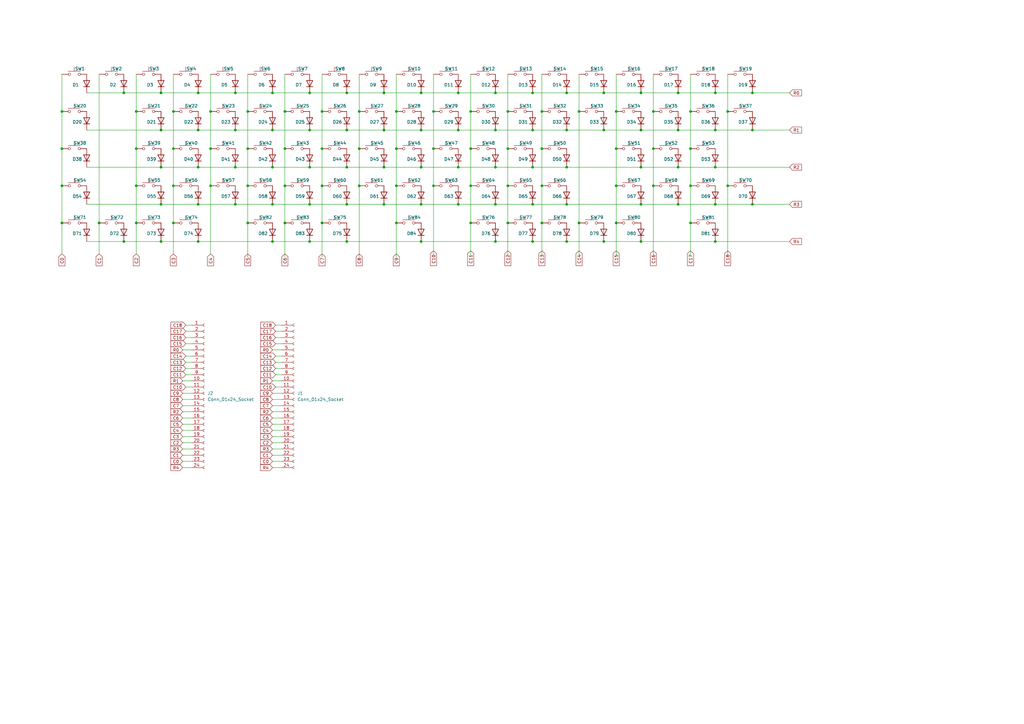
<source format=kicad_sch>
(kicad_sch (version 20250114) (generator "eeschema") (generator_version "9.0")
  (paper "A3")
  (junction (at 177.8 76.2))
  (junction (at 267.97 45.72))
  (junction (at 203.2 38.1))
  (junction (at 193.04 91.44))
  (junction (at 25.4 91.44))
  (junction (at 222.25 91.44))
  (junction (at 142.24 68.58))
  (junction (at 111.76 99.06))
  (junction (at 293.37 83.82))
  (junction (at 96.52 83.82))
  (junction (at 172.72 83.82))
  (junction (at 96.52 53.34))
  (junction (at 132.08 76.2))
  (junction (at 71.12 91.44))
  (junction (at 162.56 76.2))
  (junction (at 142.24 53.34))
  (junction (at 25.4 76.2))
  (junction (at 187.96 53.34))
  (junction (at 81.28 83.82))
  (junction (at 208.28 45.72))
  (junction (at 177.8 60.96))
  (junction (at 50.8 99.06))
  (junction (at 81.28 68.58))
  (junction (at 111.76 38.1))
  (junction (at 132.08 60.96))
  (junction (at 232.41 83.82))
  (junction (at 81.28 53.34))
  (junction (at 218.44 38.1))
  (junction (at 262.89 83.82))
  (junction (at 308.61 38.1))
  (junction (at 127 83.82))
  (junction (at 81.28 99.06))
  (junction (at 132.08 91.44))
  (junction (at 55.88 45.72))
  (junction (at 55.88 76.2))
  (junction (at 66.04 83.82))
  (junction (at 177.8 45.72))
  (junction (at 203.2 68.58))
  (junction (at 96.52 68.58))
  (junction (at 142.24 38.1))
  (junction (at 127 68.58))
  (junction (at 127 38.1))
  (junction (at 283.21 91.44))
  (junction (at 267.97 76.2))
  (junction (at 147.32 60.96))
  (junction (at 96.52 38.1))
  (junction (at 218.44 99.06))
  (junction (at 262.89 38.1))
  (junction (at 247.65 53.34))
  (junction (at 101.6 91.44))
  (junction (at 157.48 68.58))
  (junction (at 25.4 45.72))
  (junction (at 147.32 76.2))
  (junction (at 66.04 38.1))
  (junction (at 172.72 38.1))
  (junction (at 193.04 76.2))
  (junction (at 252.73 45.72))
  (junction (at 86.36 76.2))
  (junction (at 157.48 53.34))
  (junction (at 232.41 99.06))
  (junction (at 203.2 83.82))
  (junction (at 116.84 45.72))
  (junction (at 208.28 76.2))
  (junction (at 40.64 91.44))
  (junction (at 247.65 99.06))
  (junction (at 262.89 53.34))
  (junction (at 101.6 45.72))
  (junction (at 218.44 83.82))
  (junction (at 252.73 91.44))
  (junction (at 262.89 68.58))
  (junction (at 247.65 38.1))
  (junction (at 172.72 68.58))
  (junction (at 86.36 45.72))
  (junction (at 116.84 76.2))
  (junction (at 111.76 83.82))
  (junction (at 81.28 38.1))
  (junction (at 66.04 99.06))
  (junction (at 218.44 68.58))
  (junction (at 208.28 91.44))
  (junction (at 101.6 60.96))
  (junction (at 187.96 83.82))
  (junction (at 278.13 68.58))
  (junction (at 298.45 45.72))
  (junction (at 157.48 38.1))
  (junction (at 222.25 76.2))
  (junction (at 232.41 53.34))
  (junction (at 232.41 68.58))
  (junction (at 66.04 53.34))
  (junction (at 101.6 76.2))
  (junction (at 116.84 60.96))
  (junction (at 187.96 68.58))
  (junction (at 262.89 99.06))
  (junction (at 71.12 45.72))
  (junction (at 147.32 45.72))
  (junction (at 293.37 68.58))
  (junction (at 308.61 53.34))
  (junction (at 193.04 45.72))
  (junction (at 308.61 83.82))
  (junction (at 55.88 91.44))
  (junction (at 298.45 76.2))
  (junction (at 157.48 83.82))
  (junction (at 142.24 83.82))
  (junction (at 71.12 60.96))
  (junction (at 116.84 91.44))
  (junction (at 187.96 38.1))
  (junction (at 267.97 60.96))
  (junction (at 208.28 60.96))
  (junction (at 237.49 91.44))
  (junction (at 222.25 45.72))
  (junction (at 25.4 60.96))
  (junction (at 283.21 60.96))
  (junction (at 50.8 38.1))
  (junction (at 172.72 99.06))
  (junction (at 293.37 99.06))
  (junction (at 142.24 99.06))
  (junction (at 193.04 60.96))
  (junction (at 86.36 60.96))
  (junction (at 66.04 68.58))
  (junction (at 55.88 60.96))
  (junction (at 222.25 60.96))
  (junction (at 162.56 45.72))
  (junction (at 293.37 53.34))
  (junction (at 132.08 45.72))
  (junction (at 71.12 76.2))
  (junction (at 252.73 60.96))
  (junction (at 162.56 91.44))
  (junction (at 283.21 45.72))
  (junction (at 127 99.06))
  (junction (at 293.37 38.1))
  (junction (at 203.2 53.34))
  (junction (at 278.13 83.82))
  (junction (at 162.56 60.96))
  (junction (at 172.72 53.34))
  (junction (at 203.2 99.06))
  (junction (at 283.21 76.2))
  (junction (at 218.44 53.34))
  (junction (at 111.76 68.58))
  (junction (at 237.49 45.72))
  (junction (at 127 53.34))
  (junction (at 111.76 53.34))
  (junction (at 252.73 76.2))
  (junction (at 278.13 38.1))
  (junction (at 232.41 38.1))
  (junction (at 278.13 53.34))
  (wire (pts (xy 283.21 91.44) (xy 283.21 105.41)))
  (wire (pts (xy 262.89 38.1) (xy 278.13 38.1)))
  (wire (pts (xy 157.48 53.34) (xy 172.72 53.34)))
  (wire (pts (xy 232.41 99.06) (xy 247.65 99.06)))
  (wire (pts (xy 101.6 45.72) (xy 101.6 60.96)))
  (wire (pts (xy 252.73 91.44) (xy 252.73 105.41)))
  (wire (pts (xy 113.03 153.67) (xy 115.57 153.67)))
  (wire (pts (xy 76.2 138.43) (xy 78.74 138.43)))
  (wire (pts (xy 113.03 140.97) (xy 115.57 140.97)))
  (wire (pts (xy 96.52 38.1) (xy 111.76 38.1)))
  (wire (pts (xy 76.2 133.35) (xy 78.74 133.35)))
  (wire (pts (xy 81.28 53.34) (xy 96.52 53.34)))
  (wire (pts (xy 127 83.82) (xy 142.24 83.82)))
  (wire (pts (xy 237.49 45.72) (xy 237.49 91.44)))
  (wire (pts (xy 177.8 60.96) (xy 177.8 76.2)))
  (wire (pts (xy 113.03 151.13) (xy 115.57 151.13)))
  (wire (pts (xy 111.76 191.77) (xy 115.57 191.77)))
  (wire (pts (xy 55.88 91.44) (xy 55.88 104.14)))
  (wire (pts (xy 111.76 184.15) (xy 115.57 184.15)))
  (wire (pts (xy 208.28 76.2) (xy 208.28 91.44)))
  (wire (pts (xy 76.2 151.13) (xy 78.74 151.13)))
  (wire (pts (xy 132.08 30.48) (xy 132.08 45.72)))
  (wire (pts (xy 71.12 91.44) (xy 71.12 104.14)))
  (wire (pts (xy 247.65 99.06) (xy 262.89 99.06)))
  (wire (pts (xy 278.13 68.58) (xy 293.37 68.58)))
  (wire (pts (xy 113.03 158.75) (xy 115.57 158.75)))
  (wire (pts (xy 247.65 53.34) (xy 262.89 53.34)))
  (wire (pts (xy 74.93 171.45) (xy 78.74 171.45)))
  (wire (pts (xy 267.97 76.2) (xy 267.97 105.41)))
  (wire (pts (xy 74.93 184.15) (xy 78.74 184.15)))
  (wire (pts (xy 222.25 91.44) (xy 222.25 105.41)))
  (wire (pts (xy 111.76 171.45) (xy 115.57 171.45)))
  (wire (pts (xy 283.21 45.72) (xy 283.21 60.96)))
  (wire (pts (xy 262.89 99.06) (xy 293.37 99.06)))
  (wire (pts (xy 267.97 60.96) (xy 267.97 76.2)))
  (wire (pts (xy 81.28 83.82) (xy 96.52 83.82)))
  (wire (pts (xy 25.4 76.2) (xy 25.4 91.44)))
  (wire (pts (xy 50.8 99.06) (xy 66.04 99.06)))
  (wire (pts (xy 203.2 53.34) (xy 218.44 53.34)))
  (wire (pts (xy 162.56 60.96) (xy 162.56 76.2)))
  (wire (pts (xy 157.48 38.1) (xy 172.72 38.1)))
  (wire (pts (xy 142.24 53.34) (xy 157.48 53.34)))
  (wire (pts (xy 74.93 189.23) (xy 78.74 189.23)))
  (wire (pts (xy 111.76 176.53) (xy 115.57 176.53)))
  (wire (pts (xy 101.6 60.96) (xy 101.6 76.2)))
  (wire (pts (xy 76.2 148.59) (xy 78.74 148.59)))
  (wire (pts (xy 247.65 38.1) (xy 262.89 38.1)))
  (wire (pts (xy 308.61 38.1) (xy 323.85 38.1)))
  (wire (pts (xy 298.45 30.48) (xy 298.45 45.72)))
  (wire (pts (xy 293.37 68.58) (xy 323.85 68.58)))
  (wire (pts (xy 96.52 68.58) (xy 111.76 68.58)))
  (wire (pts (xy 74.93 179.07) (xy 78.74 179.07)))
  (wire (pts (xy 101.6 30.48) (xy 101.6 45.72)))
  (wire (pts (xy 116.84 45.72) (xy 116.84 60.96)))
  (wire (pts (xy 35.56 83.82) (xy 66.04 83.82)))
  (wire (pts (xy 222.25 60.96) (xy 222.25 76.2)))
  (wire (pts (xy 111.76 161.29) (xy 115.57 161.29)))
  (wire (pts (xy 25.4 60.96) (xy 25.4 76.2)))
  (wire (pts (xy 172.72 38.1) (xy 187.96 38.1)))
  (wire (pts (xy 252.73 30.48) (xy 252.73 45.72)))
  (wire (pts (xy 293.37 99.06) (xy 323.85 99.06)))
  (wire (pts (xy 111.76 68.58) (xy 127 68.58)))
  (wire (pts (xy 262.89 83.82) (xy 278.13 83.82)))
  (wire (pts (xy 187.96 53.34) (xy 203.2 53.34)))
  (wire (pts (xy 172.72 83.82) (xy 187.96 83.82)))
  (wire (pts (xy 142.24 99.06) (xy 172.72 99.06)))
  (wire (pts (xy 111.76 99.06) (xy 127 99.06)))
  (wire (pts (xy 35.56 68.58) (xy 66.04 68.58)))
  (wire (pts (xy 71.12 60.96) (xy 71.12 76.2)))
  (wire (pts (xy 218.44 53.34) (xy 232.41 53.34)))
  (wire (pts (xy 74.93 156.21) (xy 78.74 156.21)))
  (wire (pts (xy 162.56 91.44) (xy 162.56 105.41)))
  (wire (pts (xy 147.32 76.2) (xy 147.32 105.41)))
  (wire (pts (xy 203.2 99.06) (xy 218.44 99.06)))
  (wire (pts (xy 208.28 45.72) (xy 208.28 60.96)))
  (wire (pts (xy 40.64 30.48) (xy 40.64 91.44)))
  (wire (pts (xy 116.84 60.96) (xy 116.84 76.2)))
  (wire (pts (xy 127 53.34) (xy 142.24 53.34)))
  (wire (pts (xy 187.96 68.58) (xy 203.2 68.58)))
  (wire (pts (xy 222.25 45.72) (xy 222.25 60.96)))
  (wire (pts (xy 267.97 30.48) (xy 267.97 45.72)))
  (wire (pts (xy 232.41 83.82) (xy 262.89 83.82)))
  (wire (pts (xy 162.56 45.72) (xy 162.56 60.96)))
  (wire (pts (xy 35.56 99.06) (xy 50.8 99.06)))
  (wire (pts (xy 25.4 30.48) (xy 25.4 45.72)))
  (wire (pts (xy 262.89 53.34) (xy 278.13 53.34)))
  (wire (pts (xy 55.88 45.72) (xy 55.88 60.96)))
  (wire (pts (xy 203.2 68.58) (xy 218.44 68.58)))
  (wire (pts (xy 55.88 60.96) (xy 55.88 76.2)))
  (wire (pts (xy 218.44 99.06) (xy 232.41 99.06)))
  (wire (pts (xy 111.76 163.83) (xy 115.57 163.83)))
  (wire (pts (xy 74.93 181.61) (xy 78.74 181.61)))
  (wire (pts (xy 86.36 45.72) (xy 86.36 60.96)))
  (wire (pts (xy 71.12 76.2) (xy 71.12 91.44)))
  (wire (pts (xy 74.93 168.91) (xy 78.74 168.91)))
  (wire (pts (xy 74.93 161.29) (xy 78.74 161.29)))
  (wire (pts (xy 142.24 68.58) (xy 157.48 68.58)))
  (wire (pts (xy 218.44 68.58) (xy 232.41 68.58)))
  (wire (pts (xy 177.8 45.72) (xy 177.8 60.96)))
  (wire (pts (xy 203.2 38.1) (xy 218.44 38.1)))
  (wire (pts (xy 76.2 158.75) (xy 78.74 158.75)))
  (wire (pts (xy 193.04 60.96) (xy 193.04 76.2)))
  (wire (pts (xy 55.88 76.2) (xy 55.88 91.44)))
  (wire (pts (xy 111.76 179.07) (xy 115.57 179.07)))
  (wire (pts (xy 232.41 53.34) (xy 247.65 53.34)))
  (wire (pts (xy 283.21 76.2) (xy 283.21 91.44)))
  (wire (pts (xy 232.41 68.58) (xy 262.89 68.58)))
  (wire (pts (xy 293.37 53.34) (xy 308.61 53.34)))
  (wire (pts (xy 76.2 135.89) (xy 78.74 135.89)))
  (wire (pts (xy 81.28 99.06) (xy 111.76 99.06)))
  (wire (pts (xy 111.76 143.51) (xy 115.57 143.51)))
  (wire (pts (xy 132.08 45.72) (xy 132.08 60.96)))
  (wire (pts (xy 293.37 83.82) (xy 308.61 83.82)))
  (wire (pts (xy 222.25 76.2) (xy 222.25 91.44)))
  (wire (pts (xy 113.03 135.89) (xy 115.57 135.89)))
  (wire (pts (xy 74.93 163.83) (xy 78.74 163.83)))
  (wire (pts (xy 267.97 45.72) (xy 267.97 60.96)))
  (wire (pts (xy 55.88 30.48) (xy 55.88 45.72)))
  (wire (pts (xy 193.04 30.48) (xy 193.04 45.72)))
  (wire (pts (xy 76.2 140.97) (xy 78.74 140.97)))
  (wire (pts (xy 111.76 189.23) (xy 115.57 189.23)))
  (wire (pts (xy 111.76 186.69) (xy 115.57 186.69)))
  (wire (pts (xy 218.44 38.1) (xy 232.41 38.1)))
  (wire (pts (xy 172.72 99.06) (xy 203.2 99.06)))
  (wire (pts (xy 193.04 45.72) (xy 193.04 60.96)))
  (wire (pts (xy 66.04 68.58) (xy 81.28 68.58)))
  (wire (pts (xy 111.76 173.99) (xy 115.57 173.99)))
  (wire (pts (xy 147.32 45.72) (xy 147.32 60.96)))
  (wire (pts (xy 111.76 53.34) (xy 127 53.34)))
  (wire (pts (xy 101.6 76.2) (xy 101.6 91.44)))
  (wire (pts (xy 113.03 146.05) (xy 115.57 146.05)))
  (wire (pts (xy 208.28 91.44) (xy 208.28 105.41)))
  (wire (pts (xy 308.61 83.82) (xy 323.85 83.82)))
  (wire (pts (xy 218.44 83.82) (xy 232.41 83.82)))
  (wire (pts (xy 86.36 30.48) (xy 86.36 45.72)))
  (wire (pts (xy 71.12 30.48) (xy 71.12 45.72)))
  (wire (pts (xy 147.32 30.48) (xy 147.32 45.72)))
  (wire (pts (xy 278.13 83.82) (xy 293.37 83.82)))
  (wire (pts (xy 132.08 91.44) (xy 132.08 105.41)))
  (wire (pts (xy 111.76 83.82) (xy 127 83.82)))
  (wire (pts (xy 25.4 45.72) (xy 25.4 60.96)))
  (wire (pts (xy 278.13 38.1) (xy 293.37 38.1)))
  (wire (pts (xy 187.96 38.1) (xy 203.2 38.1)))
  (wire (pts (xy 35.56 38.1) (xy 50.8 38.1)))
  (wire (pts (xy 66.04 99.06) (xy 81.28 99.06)))
  (wire (pts (xy 262.89 68.58) (xy 278.13 68.58)))
  (wire (pts (xy 113.03 133.35) (xy 115.57 133.35)))
  (wire (pts (xy 81.28 38.1) (xy 96.52 38.1)))
  (wire (pts (xy 74.93 166.37) (xy 78.74 166.37)))
  (wire (pts (xy 142.24 38.1) (xy 157.48 38.1)))
  (wire (pts (xy 293.37 38.1) (xy 308.61 38.1)))
  (wire (pts (xy 298.45 45.72) (xy 298.45 76.2)))
  (wire (pts (xy 81.28 68.58) (xy 96.52 68.58)))
  (wire (pts (xy 172.72 68.58) (xy 187.96 68.58)))
  (wire (pts (xy 111.76 38.1) (xy 127 38.1)))
  (wire (pts (xy 132.08 76.2) (xy 132.08 91.44)))
  (wire (pts (xy 76.2 146.05) (xy 78.74 146.05)))
  (wire (pts (xy 142.24 83.82) (xy 157.48 83.82)))
  (wire (pts (xy 74.93 143.51) (xy 78.74 143.51)))
  (wire (pts (xy 96.52 53.34) (xy 111.76 53.34)))
  (wire (pts (xy 116.84 76.2) (xy 116.84 91.44)))
  (wire (pts (xy 203.2 83.82) (xy 218.44 83.82)))
  (wire (pts (xy 111.76 156.21) (xy 115.57 156.21)))
  (wire (pts (xy 283.21 30.48) (xy 283.21 45.72)))
  (wire (pts (xy 157.48 83.82) (xy 172.72 83.82)))
  (wire (pts (xy 157.48 68.58) (xy 172.72 68.58)))
  (wire (pts (xy 50.8 38.1) (xy 66.04 38.1)))
  (wire (pts (xy 111.76 181.61) (xy 115.57 181.61)))
  (wire (pts (xy 71.12 45.72) (xy 71.12 60.96)))
  (wire (pts (xy 177.8 30.48) (xy 177.8 45.72)))
  (wire (pts (xy 86.36 76.2) (xy 86.36 104.14)))
  (wire (pts (xy 113.03 138.43) (xy 115.57 138.43)))
  (wire (pts (xy 232.41 38.1) (xy 247.65 38.1)))
  (wire (pts (xy 40.64 91.44) (xy 40.64 104.14)))
  (wire (pts (xy 252.73 45.72) (xy 252.73 60.96)))
  (wire (pts (xy 147.32 60.96) (xy 147.32 76.2)))
  (wire (pts (xy 162.56 30.48) (xy 162.56 45.72)))
  (wire (pts (xy 187.96 83.82) (xy 203.2 83.82)))
  (wire (pts (xy 252.73 76.2) (xy 252.73 91.44)))
  (wire (pts (xy 193.04 91.44) (xy 193.04 105.41)))
  (wire (pts (xy 76.2 153.67) (xy 78.74 153.67)))
  (wire (pts (xy 74.93 191.77) (xy 78.74 191.77)))
  (wire (pts (xy 222.25 30.48) (xy 222.25 45.72)))
  (wire (pts (xy 237.49 30.48) (xy 237.49 45.72)))
  (wire (pts (xy 66.04 83.82) (xy 81.28 83.82)))
  (wire (pts (xy 113.03 148.59) (xy 115.57 148.59)))
  (wire (pts (xy 132.08 60.96) (xy 132.08 76.2)))
  (wire (pts (xy 127 68.58) (xy 142.24 68.58)))
  (wire (pts (xy 278.13 53.34) (xy 293.37 53.34)))
  (wire (pts (xy 127 99.06) (xy 142.24 99.06)))
  (wire (pts (xy 101.6 91.44) (xy 101.6 105.41)))
  (wire (pts (xy 162.56 76.2) (xy 162.56 91.44)))
  (wire (pts (xy 193.04 76.2) (xy 193.04 91.44)))
  (wire (pts (xy 66.04 53.34) (xy 81.28 53.34)))
  (wire (pts (xy 111.76 168.91) (xy 115.57 168.91)))
  (wire (pts (xy 177.8 76.2) (xy 177.8 105.41)))
  (wire (pts (xy 308.61 53.34) (xy 323.85 53.34)))
  (wire (pts (xy 283.21 60.96) (xy 283.21 76.2)))
  (wire (pts (xy 208.28 60.96) (xy 208.28 76.2)))
  (wire (pts (xy 111.76 166.37) (xy 115.57 166.37)))
  (wire (pts (xy 208.28 30.48) (xy 208.28 45.72)))
  (wire (pts (xy 35.56 53.34) (xy 66.04 53.34)))
  (wire (pts (xy 74.93 176.53) (xy 78.74 176.53)))
  (wire (pts (xy 86.36 60.96) (xy 86.36 76.2)))
  (wire (pts (xy 66.04 38.1) (xy 81.28 38.1)))
  (wire (pts (xy 74.93 173.99) (xy 78.74 173.99)))
  (wire (pts (xy 172.72 53.34) (xy 187.96 53.34)))
  (wire (pts (xy 298.45 76.2) (xy 298.45 105.41)))
  (wire (pts (xy 116.84 91.44) (xy 116.84 105.41)))
  (wire (pts (xy 25.4 91.44) (xy 25.4 104.14)))
  (wire (pts (xy 116.84 30.48) (xy 116.84 45.72)))
  (wire (pts (xy 127 38.1) (xy 142.24 38.1)))
  (wire (pts (xy 237.49 91.44) (xy 237.49 105.41)))
  (wire (pts (xy 74.93 186.69) (xy 78.74 186.69)))
  (wire (pts (xy 252.73 60.96) (xy 252.73 76.2)))
  (wire (pts (xy 96.52 83.82) (xy 111.76 83.82)))
  (global_label "C0" (shape input) (at 111.76 189.23 180) (property "Intersheetrefs" "${INTERSHEET_REFS}" (effects (hide yes))))
  (global_label "C15" (shape input) (at 76.2 140.97 180) (property "Intersheetrefs" "${INTERSHEET_REFS}" (effects (hide yes))))
  (global_label "C5" (shape input) (at 101.6 104.14 270) (property "Intersheetrefs" "${INTERSHEET_REFS}" (effects (hide yes))))
  (global_label "C10" (shape input) (at 177.8 102.87 270) (property "Intersheetrefs" "${INTERSHEET_REFS}" (effects (hide yes))))
  (global_label "C8" (shape input) (at 147.32 104.14 270) (property "Intersheetrefs" "${INTERSHEET_REFS}" (effects (hide yes))))
  (global_label "R1" (shape input) (at 74.93 156.21 180) (property "Intersheetrefs" "${INTERSHEET_REFS}" (effects (hide yes))))
  (global_label "C17" (shape input) (at 113.03 135.89 180) (property "Intersheetrefs" "${INTERSHEET_REFS}" (effects (hide yes))))
  (global_label "C2" (shape input) (at 111.76 181.61 180) (property "Intersheetrefs" "${INTERSHEET_REFS}" (effects (hide yes))))
  (global_label "C0" (shape input) (at 74.93 189.23 180) (property "Intersheetrefs" "${INTERSHEET_REFS}" (effects (hide yes))))
  (global_label "C6" (shape input) (at 111.76 171.45 180) (property "Intersheetrefs" "${INTERSHEET_REFS}" (effects (hide yes))))
  (global_label "C3" (shape input) (at 111.76 179.07 180) (property "Intersheetrefs" "${INTERSHEET_REFS}" (effects (hide yes))))
  (global_label "C4" (shape input) (at 74.93 176.53 180) (property "Intersheetrefs" "${INTERSHEET_REFS}" (effects (hide yes))))
  (global_label "C7" (shape input) (at 132.08 104.14 270) (property "Intersheetrefs" "${INTERSHEET_REFS}" (effects (hide yes))))
  (global_label "C6" (shape input) (at 116.84 104.14 270) (property "Intersheetrefs" "${INTERSHEET_REFS}" (effects (hide yes))))
  (global_label "R4" (shape input) (at 111.76 191.77 180) (property "Intersheetrefs" "${INTERSHEET_REFS}" (effects (hide yes))))
  (global_label "C10" (shape input) (at 113.03 158.75 180) (property "Intersheetrefs" "${INTERSHEET_REFS}" (effects (hide yes))))
  (global_label "C8" (shape input) (at 74.93 163.83 180) (property "Intersheetrefs" "${INTERSHEET_REFS}" (effects (hide yes))))
  (global_label "C14" (shape input) (at 76.2 146.05 180) (property "Intersheetrefs" "${INTERSHEET_REFS}" (effects (hide yes))))
  (global_label "C4" (shape input) (at 111.76 176.53 180) (property "Intersheetrefs" "${INTERSHEET_REFS}" (effects (hide yes))))
  (global_label "R0" (shape input) (at 323.85 38.1 0) (property "Intersheetrefs" "${INTERSHEET_REFS}" (effects (hide yes))))
  (global_label "C16" (shape input) (at 113.03 138.43 180) (property "Intersheetrefs" "${INTERSHEET_REFS}" (effects (hide yes))))
  (global_label "C0" (shape input) (at 25.4 104.14 270) (property "Intersheetrefs" "${INTERSHEET_REFS}" (effects (hide yes))))
  (global_label "C17" (shape input) (at 76.2 135.89 180) (property "Intersheetrefs" "${INTERSHEET_REFS}" (effects (hide yes))))
  (global_label "C11" (shape input) (at 193.04 102.87 270) (property "Intersheetrefs" "${INTERSHEET_REFS}" (effects (hide yes))))
  (global_label "R0" (shape input) (at 74.93 143.51 180) (property "Intersheetrefs" "${INTERSHEET_REFS}" (effects (hide yes))))
  (global_label "C7" (shape input) (at 111.76 166.37 180) (property "Intersheetrefs" "${INTERSHEET_REFS}" (effects (hide yes))))
  (global_label "C3" (shape input) (at 74.93 179.07 180) (property "Intersheetrefs" "${INTERSHEET_REFS}" (effects (hide yes))))
  (global_label "C11" (shape input) (at 76.2 153.67 180) (property "Intersheetrefs" "${INTERSHEET_REFS}" (effects (hide yes))))
  (global_label "C18" (shape input) (at 298.45 102.87 270) (property "Intersheetrefs" "${INTERSHEET_REFS}" (effects (hide yes))))
  (global_label "C18" (shape input) (at 76.2 133.35 180) (property "Intersheetrefs" "${INTERSHEET_REFS}" (effects (hide yes))))
  (global_label "C15" (shape input) (at 252.73 102.87 270) (property "Intersheetrefs" "${INTERSHEET_REFS}" (effects (hide yes))))
  (global_label "C14" (shape input) (at 237.49 102.87 270) (property "Intersheetrefs" "${INTERSHEET_REFS}" (effects (hide yes))))
  (global_label "C4" (shape input) (at 86.36 104.14 270) (property "Intersheetrefs" "${INTERSHEET_REFS}" (effects (hide yes))))
  (global_label "C11" (shape input) (at 113.03 153.67 180) (property "Intersheetrefs" "${INTERSHEET_REFS}" (effects (hide yes))))
  (global_label "C8" (shape input) (at 111.76 163.83 180) (property "Intersheetrefs" "${INTERSHEET_REFS}" (effects (hide yes))))
  (global_label "C12" (shape input) (at 208.28 102.87 270) (property "Intersheetrefs" "${INTERSHEET_REFS}" (effects (hide yes))))
  (global_label "R3" (shape input) (at 111.76 184.15 180) (property "Intersheetrefs" "${INTERSHEET_REFS}" (effects (hide yes))))
  (global_label "C12" (shape input) (at 113.03 151.13 180) (property "Intersheetrefs" "${INTERSHEET_REFS}" (effects (hide yes))))
  (global_label "R4" (shape input) (at 74.93 191.77 180) (property "Intersheetrefs" "${INTERSHEET_REFS}" (effects (hide yes))))
  (global_label "R3" (shape input) (at 323.85 83.82 0) (property "Intersheetrefs" "${INTERSHEET_REFS}" (effects (hide yes))))
  (global_label "C16" (shape input) (at 76.2 138.43 180) (property "Intersheetrefs" "${INTERSHEET_REFS}" (effects (hide yes))))
  (global_label "C13" (shape input) (at 222.25 102.87 270) (property "Intersheetrefs" "${INTERSHEET_REFS}" (effects (hide yes))))
  (global_label "R3" (shape input) (at 74.93 184.15 180) (property "Intersheetrefs" "${INTERSHEET_REFS}" (effects (hide yes))))
  (global_label "C7" (shape input) (at 74.93 166.37 180) (property "Intersheetrefs" "${INTERSHEET_REFS}" (effects (hide yes))))
  (global_label "C6" (shape input) (at 74.93 171.45 180) (property "Intersheetrefs" "${INTERSHEET_REFS}" (effects (hide yes))))
  (global_label "R2" (shape input) (at 111.76 168.91 180) (property "Intersheetrefs" "${INTERSHEET_REFS}" (effects (hide yes))))
  (global_label "C9" (shape input) (at 111.76 161.29 180) (property "Intersheetrefs" "${INTERSHEET_REFS}" (effects (hide yes))))
  (global_label "R1" (shape input) (at 323.85 53.34 0) (property "Intersheetrefs" "${INTERSHEET_REFS}" (effects (hide yes))))
  (global_label "C14" (shape input) (at 113.03 146.05 180) (property "Intersheetrefs" "${INTERSHEET_REFS}" (effects (hide yes))))
  (global_label "C5" (shape input) (at 74.93 173.99 180) (property "Intersheetrefs" "${INTERSHEET_REFS}" (effects (hide yes))))
  (global_label "C1" (shape input) (at 111.76 186.69 180) (property "Intersheetrefs" "${INTERSHEET_REFS}" (effects (hide yes))))
  (global_label "C5" (shape input) (at 111.76 173.99 180) (property "Intersheetrefs" "${INTERSHEET_REFS}" (effects (hide yes))))
  (global_label "C12" (shape input) (at 76.2 151.13 180) (property "Intersheetrefs" "${INTERSHEET_REFS}" (effects (hide yes))))
  (global_label "C13" (shape input) (at 76.2 148.59 180) (property "Intersheetrefs" "${INTERSHEET_REFS}" (effects (hide yes))))
  (global_label "R2" (shape input) (at 323.85 68.58 0) (property "Intersheetrefs" "${INTERSHEET_REFS}" (effects (hide yes))))
  (global_label "C18" (shape input) (at 113.03 133.35 180) (property "Intersheetrefs" "${INTERSHEET_REFS}" (effects (hide yes))))
  (global_label "C17" (shape input) (at 283.21 102.87 270) (property "Intersheetrefs" "${INTERSHEET_REFS}" (effects (hide yes))))
  (global_label "C13" (shape input) (at 113.03 148.59 180) (property "Intersheetrefs" "${INTERSHEET_REFS}" (effects (hide yes))))
  (global_label "C3" (shape input) (at 71.12 104.14 270) (property "Intersheetrefs" "${INTERSHEET_REFS}" (effects (hide yes))))
  (global_label "C2" (shape input) (at 74.93 181.61 180) (property "Intersheetrefs" "${INTERSHEET_REFS}" (effects (hide yes))))
  (global_label "R2" (shape input) (at 74.93 168.91 180) (property "Intersheetrefs" "${INTERSHEET_REFS}" (effects (hide yes))))
  (global_label "R1" (shape input) (at 111.76 156.21 180) (property "Intersheetrefs" "${INTERSHEET_REFS}" (effects (hide yes))))
  (global_label "C16" (shape input) (at 267.97 102.87 270) (property "Intersheetrefs" "${INTERSHEET_REFS}" (effects (hide yes))))
  (global_label "C9" (shape input) (at 74.93 161.29 180) (property "Intersheetrefs" "${INTERSHEET_REFS}" (effects (hide yes))))
  (global_label "R0" (shape input) (at 111.76 143.51 180) (property "Intersheetrefs" "${INTERSHEET_REFS}" (effects (hide yes))))
  (global_label "C1" (shape input) (at 40.64 104.14 270) (property "Intersheetrefs" "${INTERSHEET_REFS}" (effects (hide yes))))
  (global_label "C9" (shape input) (at 162.56 104.14 270) (property "Intersheetrefs" "${INTERSHEET_REFS}" (effects (hide yes))))
  (global_label "C15" (shape input) (at 113.03 140.97 180) (property "Intersheetrefs" "${INTERSHEET_REFS}" (effects (hide yes))))
  (global_label "R4" (shape input) (at 323.85 99.06 0) (property "Intersheetrefs" "${INTERSHEET_REFS}" (effects (hide yes))))
  (global_label "C1" (shape input) (at 74.93 186.69 180) (property "Intersheetrefs" "${INTERSHEET_REFS}" (effects (hide yes))))
  (global_label "C10" (shape input) (at 76.2 158.75 180) (property "Intersheetrefs" "${INTERSHEET_REFS}" (effects (hide yes))))
  (global_label "C2" (shape input) (at 55.88 104.14 270) (property "Intersheetrefs" "${INTERSHEET_REFS}" (effects (hide yes))))
  (symbol (lib_id "ScottoKeebs:Placeholder_Switch") (at 167.64 76.2 0) (unit 1)
    (property "Reference" "SW62" (at 169.926 73.914 0))
    (property "Value" "Switch" (effects (hide yes)))
    (property "Footprint" "Button_Switch_Keyboard:SW_Cherry_MX_1.00u_PCB" (effects (hide yes)))
    (property "Description" "Push button switch, generic, two pins" (effects (hide yes)))
  )
  (symbol (lib_id "ScottoKeebs:Placeholder_Diode") (at 81.28 64.77 90) (unit 1)
    (property "Reference" "D40" (at 75.438 65.278 90) (effects (justify right)))
    (property "Value" "Diode" (effects (hide yes)))
    (property "Footprint" "PCM_Diode_SMD_Handsoldering_AKL:D_SOD-123" (effects (hide yes)))
    (property "Description" "1N4148 (DO-35) or 1N4148W (SOD-123)" (effects (hide yes)))
    (property "Sim.Device" "D" (effects (hide yes)))
    (property "Sim.Pins" "1=K 2=A" (effects (hide yes)))
  )
  (symbol (lib_id "ScottoKeebs:Placeholder_Switch") (at 213.36 30.48 0) (unit 1)
    (property "Reference" "SW13" (at 215.646 28.194 0))
    (property "Value" "Switch" (effects (hide yes)))
    (property "Footprint" "Button_Switch_Keyboard:SW_Cherry_MX_1.00u_PCB" (effects (hide yes)))
    (property "Description" "Push button switch, generic, two pins" (effects (hide yes)))
  )
  (symbol (lib_id "ScottoKeebs:Placeholder_Diode") (at 203.2 49.53 90) (unit 1)
    (property "Reference" "D30" (at 197.358 50.038 90) (effects (justify right)))
    (property "Value" "Diode" (effects (hide yes)))
    (property "Footprint" "PCM_Diode_SMD_Handsoldering_AKL:D_SOD-123" (effects (hide yes)))
    (property "Description" "1N4148 (DO-35) or 1N4148W (SOD-123)" (effects (hide yes)))
    (property "Sim.Device" "D" (effects (hide yes)))
    (property "Sim.Pins" "1=K 2=A" (effects (hide yes)))
  )
  (symbol (lib_id "ScottoKeebs:Placeholder_Switch") (at 76.2 91.44 0) (unit 1)
    (property "Reference" "SW74" (at 78.486 89.154 0))
    (property "Value" "Switch" (effects (hide yes)))
    (property "Footprint" "Button_Switch_Keyboard:SW_Cherry_MX_1.25u_PCB" (effects (hide yes)))
    (property "Description" "Push button switch, generic, two pins" (effects (hide yes)))
  )
  (symbol (lib_id "ScottoKeebs:Placeholder_Switch") (at 288.29 76.2 0) (unit 1)
    (property "Reference" "SW69" (at 290.576 73.914 0))
    (property "Value" "Switch" (effects (hide yes)))
    (property "Footprint" "Button_Switch_Keyboard:SW_Cherry_MX_1.00u_PCB" (effects (hide yes)))
    (property "Description" "Push button switch, generic, two pins" (effects (hide yes)))
  )
  (symbol (lib_id "ScottoKeebs:Placeholder_Switch") (at 106.68 76.2 0) (unit 1)
    (property "Reference" "SW58" (at 108.966 73.914 0))
    (property "Value" "Switch" (effects (hide yes)))
    (property "Footprint" "Button_Switch_Keyboard:SW_Cherry_MX_1.00u_PCB" (effects (hide yes)))
    (property "Description" "Push button switch, generic, two pins" (effects (hide yes)))
  )
  (symbol (lib_id "ScottoKeebs:Placeholder_Diode") (at 96.52 49.53 90) (unit 1)
    (property "Reference" "D23" (at 90.678 50.038 90) (effects (justify right)))
    (property "Value" "Diode" (effects (hide yes)))
    (property "Footprint" "PCM_Diode_SMD_Handsoldering_AKL:D_SOD-123" (effects (hide yes)))
    (property "Description" "1N4148 (DO-35) or 1N4148W (SOD-123)" (effects (hide yes)))
    (property "Sim.Device" "D" (effects (hide yes)))
    (property "Sim.Pins" "1=K 2=A" (effects (hide yes)))
  )
  (symbol (lib_id "Connector:Conn_01x24_Socket") (at 83.82 161.29 0) (unit 1)
    (property "Reference" "J2" (at 85.09 161.2899 0) (effects (justify left)))
    (property "Value" "Conn_01x24_Socket" (at 85.09 163.8299 0) (effects (justify left)))
    (property "Footprint" "Connector_PinHeader_2.54mm:PinHeader_1x24_P2.54mm_Vertical" (effects (hide yes)))
    (property "Description" "Generic connector, single row, 01x24, script generated" (effects (hide yes)))
  )
  (symbol (lib_id "ScottoKeebs:Placeholder_Switch") (at 242.57 45.72 0) (unit 1)
    (property "Reference" "SW33" (at 244.856 43.434 0))
    (property "Value" "Switch" (effects (hide yes)))
    (property "Footprint" "Button_Switch_Keyboard:SW_Cherry_MX_1.50u_PCB" (effects (hide yes)))
    (property "Description" "Push button switch, generic, two pins" (effects (hide yes)))
  )
  (symbol (lib_id "ScottoKeebs:Placeholder_Diode") (at 187.96 64.77 90) (unit 1)
    (property "Reference" "D47" (at 182.118 65.278 90) (effects (justify right)))
    (property "Value" "Diode" (effects (hide yes)))
    (property "Footprint" "PCM_Diode_SMD_Handsoldering_AKL:D_SOD-123" (effects (hide yes)))
    (property "Description" "1N4148 (DO-35) or 1N4148W (SOD-123)" (effects (hide yes)))
    (property "Sim.Device" "D" (effects (hide yes)))
    (property "Sim.Pins" "1=K 2=A" (effects (hide yes)))
  )
  (symbol (lib_id "ScottoKeebs:Placeholder_Switch") (at 121.92 60.96 0) (unit 1)
    (property "Reference" "SW43" (at 124.206 58.674 0))
    (property "Value" "Switch" (effects (hide yes)))
    (property "Footprint" "Button_Switch_Keyboard:SW_Cherry_MX_1.00u_PCB" (effects (hide yes)))
    (property "Description" "Push button switch, generic, two pins" (effects (hide yes)))
  )
  (symbol (lib_id "ScottoKeebs:Placeholder_Diode") (at 172.72 34.29 90) (unit 1)
    (property "Reference" "D10" (at 166.878 34.798 90) (effects (justify right)))
    (property "Value" "Diode" (effects (hide yes)))
    (property "Footprint" "PCM_Diode_SMD_Handsoldering_AKL:D_SOD-123" (effects (hide yes)))
    (property "Description" "1N4148 (DO-35) or 1N4148W (SOD-123)" (effects (hide yes)))
    (property "Sim.Device" "D" (effects (hide yes)))
    (property "Sim.Pins" "1=K 2=A" (effects (hide yes)))
  )
  (symbol (lib_id "ScottoKeebs:Placeholder_Diode") (at 308.61 80.01 90) (unit 1)
    (property "Reference" "D70" (at 302.768 80.518 90) (effects (justify right)))
    (property "Value" "Diode" (effects (hide yes)))
    (property "Footprint" "PCM_Diode_SMD_Handsoldering_AKL:D_SOD-123" (effects (hide yes)))
    (property "Description" "1N4148 (DO-35) or 1N4148W (SOD-123)" (effects (hide yes)))
    (property "Sim.Device" "D" (effects (hide yes)))
    (property "Sim.Pins" "1=K 2=A" (effects (hide yes)))
  )
  (symbol (lib_id "ScottoKeebs:Placeholder_Switch") (at 121.92 76.2 0) (unit 1)
    (property "Reference" "SW59" (at 124.206 73.914 0))
    (property "Value" "Switch" (effects (hide yes)))
    (property "Footprint" "Button_Switch_Keyboard:SW_Cherry_MX_1.00u_PCB" (effects (hide yes)))
    (property "Description" "Push button switch, generic, two pins" (effects (hide yes)))
  )
  (symbol (lib_id "ScottoKeebs:Placeholder_Switch") (at 257.81 30.48 0) (unit 1)
    (property "Reference" "SW16" (at 260.096 28.194 0))
    (property "Value" "Switch" (effects (hide yes)))
    (property "Footprint" "Button_Switch_Keyboard:SW_Cherry_MX_1.00u_PCB" (effects (hide yes)))
    (property "Description" "Push button switch, generic, two pins" (effects (hide yes)))
  )
  (symbol (lib_id "ScottoKeebs:Placeholder_Switch") (at 167.64 91.44 0) (unit 1)
    (property "Reference" "SW84" (at 169.926 89.154 0))
    (property "Value" "Switch" (effects (hide yes)))
    (property "Footprint" "Button_Switch_Keyboard:SW_Cherry_MX_2.75u_PCB" (effects (hide yes)))
    (property "Description" "Push button switch, generic, two pins" (effects (hide yes)))
  )
  (symbol (lib_id "ScottoKeebs:Placeholder_Switch") (at 152.4 30.48 0) (unit 1)
    (property "Reference" "SW9" (at 154.686 28.194 0))
    (property "Value" "Switch" (effects (hide yes)))
    (property "Footprint" "Button_Switch_Keyboard:SW_Cherry_MX_1.00u_PCB" (effects (hide yes)))
    (property "Description" "Push button switch, generic, two pins" (effects (hide yes)))
  )
  (symbol (lib_id "ScottoKeebs:Placeholder_Switch") (at 303.53 76.2 0) (unit 1)
    (property "Reference" "SW70" (at 305.816 73.914 0))
    (property "Value" "Switch" (effects (hide yes)))
    (property "Footprint" "Button_Switch_Keyboard:SW_Cherry_MX_2.00u_Vertical_PCB" (effects (hide yes)))
    (property "Description" "Push button switch, generic, two pins" (effects (hide yes)))
  )
  (symbol (lib_id "ScottoKeebs:Placeholder_Switch") (at 60.96 30.48 0) (unit 1)
    (property "Reference" "SW3" (at 63.246 28.194 0))
    (property "Value" "Switch" (effects (hide yes)))
    (property "Footprint" "Button_Switch_Keyboard:SW_Cherry_MX_1.00u_PCB" (effects (hide yes)))
    (property "Description" "Push button switch, generic, two pins" (effects (hide yes)))
  )
  (symbol (lib_id "ScottoKeebs:Placeholder_Switch") (at 60.96 91.44 0) (unit 1)
    (property "Reference" "SW73" (at 63.246 89.154 0))
    (property "Value" "Switch" (effects (hide yes)))
    (property "Footprint" "Button_Switch_Keyboard:SW_Cherry_MX_1.25u_PCB" (effects (hide yes)))
    (property "Description" "Push button switch, generic, two pins" (effects (hide yes)))
  )
  (symbol (lib_id "ScottoKeebs:Placeholder_Switch") (at 242.57 30.48 0) (unit 1)
    (property "Reference" "SW15" (at 244.856 28.194 0))
    (property "Value" "Switch" (effects (hide yes)))
    (property "Footprint" "Button_Switch_Keyboard:SW_Cherry_MX_2.00u_PCB" (effects (hide yes)))
    (property "Description" "Push button switch, generic, two pins" (effects (hide yes)))
  )
  (symbol (lib_id "ScottoKeebs:Placeholder_Switch") (at 60.96 45.72 0) (unit 1)
    (property "Reference" "SW21" (at 63.246 43.434 0))
    (property "Value" "Switch" (effects (hide yes)))
    (property "Footprint" "Button_Switch_Keyboard:SW_Cherry_MX_1.00u_PCB" (effects (hide yes)))
    (property "Description" "Push button switch, generic, two pins" (effects (hide yes)))
  )
  (symbol (lib_id "ScottoKeebs:Placeholder_Switch") (at 137.16 45.72 0) (unit 1)
    (property "Reference" "SW26" (at 139.446 43.434 0))
    (property "Value" "Switch" (effects (hide yes)))
    (property "Footprint" "Button_Switch_Keyboard:SW_Cherry_MX_1.00u_PCB" (effects (hide yes)))
    (property "Description" "Push button switch, generic, two pins" (effects (hide yes)))
  )
  (symbol (lib_id "ScottoKeebs:Placeholder_Diode") (at 81.28 80.01 90) (unit 1)
    (property "Reference" "D56" (at 75.438 80.518 90) (effects (justify right)))
    (property "Value" "Diode" (effects (hide yes)))
    (property "Footprint" "PCM_Diode_SMD_Handsoldering_AKL:D_SOD-123" (effects (hide yes)))
    (property "Description" "1N4148 (DO-35) or 1N4148W (SOD-123)" (effects (hide yes)))
    (property "Sim.Device" "D" (effects (hide yes)))
    (property "Sim.Pins" "1=K 2=A" (effects (hide yes)))
  )
  (symbol (lib_id "ScottoKeebs:Placeholder_Switch") (at 288.29 91.44 0) (unit 1)
    (property "Reference" "SW81" (at 290.576 89.154 0))
    (property "Value" "Switch" (effects (hide yes)))
    (property "Footprint" "Button_Switch_Keyboard:SW_Cherry_MX_1.00u_PCB" (effects (hide yes)))
    (property "Description" "Push button switch, generic, two pins" (effects (hide yes)))
  )
  (symbol (lib_id "ScottoKeebs:Placeholder_Diode") (at 203.2 64.77 90) (unit 1)
    (property "Reference" "D48" (at 197.358 65.278 90) (effects (justify right)))
    (property "Value" "Diode" (effects (hide yes)))
    (property "Footprint" "PCM_Diode_SMD_Handsoldering_AKL:D_SOD-123" (effects (hide yes)))
    (property "Description" "1N4148 (DO-35) or 1N4148W (SOD-123)" (effects (hide yes)))
    (property "Sim.Device" "D" (effects (hide yes)))
    (property "Sim.Pins" "1=K 2=A" (effects (hide yes)))
  )
  (symbol (lib_id "ScottoKeebs:Placeholder_Diode") (at 278.13 80.01 90) (unit 1)
    (property "Reference" "D68" (at 272.288 80.518 90) (effects (justify right)))
    (property "Value" "Diode" (effects (hide yes)))
    (property "Footprint" "PCM_Diode_SMD_Handsoldering_AKL:D_SOD-123" (effects (hide yes)))
    (property "Description" "1N4148 (DO-35) or 1N4148W (SOD-123)" (effects (hide yes)))
    (property "Sim.Device" "D" (effects (hide yes)))
    (property "Sim.Pins" "1=K 2=A" (effects (hide yes)))
  )
  (symbol (lib_id "ScottoKeebs:Placeholder_Switch") (at 213.36 76.2 0) (unit 1)
    (property "Reference" "SW65" (at 215.646 73.914 0))
    (property "Value" "Switch" (effects (hide yes)))
    (property "Footprint" "Button_Switch_Keyboard:SW_Cherry_MX_1.00u_PCB" (effects (hide yes)))
    (property "Description" "Push button switch, generic, two pins" (effects (hide yes)))
  )
  (symbol (lib_id "ScottoKeebs:Placeholder_Diode") (at 308.61 49.53 90) (unit 1)
    (property "Reference" "D37" (at 302.768 50.038 90) (effects (justify right)))
    (property "Value" "Diode" (effects (hide yes)))
    (property "Footprint" "PCM_Diode_SMD_Handsoldering_AKL:D_SOD-123" (effects (hide yes)))
    (property "Description" "1N4148 (DO-35) or 1N4148W (SOD-123)" (effects (hide yes)))
    (property "Sim.Device" "D" (effects (hide yes)))
    (property "Sim.Pins" "1=K 2=A" (effects (hide yes)))
  )
  (symbol (lib_id "ScottoKeebs:Placeholder_Diode") (at 66.04 34.29 90) (unit 1)
    (property "Reference" "D3" (at 60.198 34.798 90) (effects (justify right)))
    (property "Value" "Diode" (effects (hide yes)))
    (property "Footprint" "PCM_Diode_SMD_Handsoldering_AKL:D_SOD-123" (effects (hide yes)))
    (property "Description" "1N4148 (DO-35) or 1N4148W (SOD-123)" (effects (hide yes)))
    (property "Sim.Device" "D" (effects (hide yes)))
    (property "Sim.Pins" "1=K 2=A" (effects (hide yes)))
  )
  (symbol (lib_id "ScottoKeebs:Placeholder_Diode") (at 35.56 95.25 90) (unit 1)
    (property "Reference" "D71" (at 29.718 95.758 90) (effects (justify right)))
    (property "Value" "Diode" (effects (hide yes)))
    (property "Footprint" "PCM_Diode_SMD_Handsoldering_AKL:D_SOD-123" (effects (hide yes)))
    (property "Description" "1N4148 (DO-35) or 1N4148W (SOD-123)" (effects (hide yes)))
    (property "Sim.Device" "D" (effects (hide yes)))
    (property "Sim.Pins" "1=K 2=A" (effects (hide yes)))
  )
  (symbol (lib_id "ScottoKeebs:Placeholder_Diode") (at 96.52 64.77 90) (unit 1)
    (property "Reference" "D41" (at 90.678 65.278 90) (effects (justify right)))
    (property "Value" "Diode" (effects (hide yes)))
    (property "Footprint" "PCM_Diode_SMD_Handsoldering_AKL:D_SOD-123" (effects (hide yes)))
    (property "Description" "1N4148 (DO-35) or 1N4148W (SOD-123)" (effects (hide yes)))
    (property "Sim.Device" "D" (effects (hide yes)))
    (property "Sim.Pins" "1=K 2=A" (effects (hide yes)))
  )
  (symbol (lib_id "ScottoKeebs:Placeholder_Diode") (at 142.24 49.53 90) (unit 1)
    (property "Reference" "D26" (at 136.398 50.038 90) (effects (justify right)))
    (property "Value" "Diode" (effects (hide yes)))
    (property "Footprint" "PCM_Diode_SMD_Handsoldering_AKL:D_SOD-123" (effects (hide yes)))
    (property "Description" "1N4148 (DO-35) or 1N4148W (SOD-123)" (effects (hide yes)))
    (property "Sim.Device" "D" (effects (hide yes)))
    (property "Sim.Pins" "1=K 2=A" (effects (hide yes)))
  )
  (symbol (lib_id "ScottoKeebs:Placeholder_Switch") (at 137.16 76.2 0) (unit 1)
    (property "Reference" "SW60" (at 139.446 73.914 0))
    (property "Value" "Switch" (effects (hide yes)))
    (property "Footprint" "Button_Switch_Keyboard:SW_Cherry_MX_1.00u_PCB" (effects (hide yes)))
    (property "Description" "Push button switch, generic, two pins" (effects (hide yes)))
  )
  (symbol (lib_id "ScottoKeebs:Placeholder_Switch") (at 227.33 30.48 0) (unit 1)
    (property "Reference" "SW14" (at 229.616 28.194 0))
    (property "Value" "Switch" (effects (hide yes)))
    (property "Footprint" "Button_Switch_Keyboard:SW_Cherry_MX_1.00u_PCB" (effects (hide yes)))
    (property "Description" "Push button switch, generic, two pins" (effects (hide yes)))
  )
  (symbol (lib_id "ScottoKeebs:Placeholder_Switch") (at 76.2 45.72 0) (unit 1)
    (property "Reference" "SW22" (at 78.486 43.434 0))
    (property "Value" "Switch" (effects (hide yes)))
    (property "Footprint" "Button_Switch_Keyboard:SW_Cherry_MX_1.00u_PCB" (effects (hide yes)))
    (property "Description" "Push button switch, generic, two pins" (effects (hide yes)))
  )
  (symbol (lib_id "ScottoKeebs:Placeholder_Diode") (at 293.37 49.53 90) (unit 1)
    (property "Reference" "D36" (at 287.528 50.038 90) (effects (justify right)))
    (property "Value" "Diode" (effects (hide yes)))
    (property "Footprint" "PCM_Diode_SMD_Handsoldering_AKL:D_SOD-123" (effects (hide yes)))
    (property "Description" "1N4148 (DO-35) or 1N4148W (SOD-123)" (effects (hide yes)))
    (property "Sim.Device" "D" (effects (hide yes)))
    (property "Sim.Pins" "1=K 2=A" (effects (hide yes)))
  )
  (symbol (lib_id "ScottoKeebs:Placeholder_Diode") (at 203.2 80.01 90) (unit 1)
    (property "Reference" "D64" (at 197.358 80.518 90) (effects (justify right)))
    (property "Value" "Diode" (effects (hide yes)))
    (property "Footprint" "PCM_Diode_SMD_Handsoldering_AKL:D_SOD-123" (effects (hide yes)))
    (property "Description" "1N4148 (DO-35) or 1N4148W (SOD-123)" (effects (hide yes)))
    (property "Sim.Device" "D" (effects (hide yes)))
    (property "Sim.Pins" "1=K 2=A" (effects (hide yes)))
  )
  (symbol (lib_id "ScottoKeebs:Placeholder_Switch") (at 45.72 91.44 0) (unit 1)
    (property "Reference" "SW72" (at 48.006 89.154 0))
    (property "Value" "Switch" (effects (hide yes)))
    (property "Footprint" "Button_Switch_Keyboard:SW_Cherry_MX_1.25u_PCB" (effects (hide yes)))
    (property "Description" "Push button switch, generic, two pins" (effects (hide yes)))
  )
  (symbol (lib_id "ScottoKeebs:Placeholder_Diode") (at 293.37 34.29 90) (unit 1)
    (property "Reference" "D18" (at 287.528 34.798 90) (effects (justify right)))
    (property "Value" "Diode" (effects (hide yes)))
    (property "Footprint" "PCM_Diode_SMD_Handsoldering_AKL:D_SOD-123" (effects (hide yes)))
    (property "Description" "1N4148 (DO-35) or 1N4148W (SOD-123)" (effects (hide yes)))
    (property "Sim.Device" "D" (effects (hide yes)))
    (property "Sim.Pins" "1=K 2=A" (effects (hide yes)))
  )
  (symbol (lib_id "ScottoKeebs:Placeholder_Diode") (at 247.65 34.29 90) (unit 1)
    (property "Reference" "D15" (at 241.808 34.798 90) (effects (justify right)))
    (property "Value" "Diode" (effects (hide yes)))
    (property "Footprint" "PCM_Diode_SMD_Handsoldering_AKL:D_SOD-123" (effects (hide yes)))
    (property "Description" "1N4148 (DO-35) or 1N4148W (SOD-123)" (effects (hide yes)))
    (property "Sim.Device" "D" (effects (hide yes)))
    (property "Sim.Pins" "1=K 2=A" (effects (hide yes)))
  )
  (symbol (lib_id "ScottoKeebs:Placeholder_Diode") (at 111.76 49.53 90) (unit 1)
    (property "Reference" "D24" (at 105.918 50.038 90) (effects (justify right)))
    (property "Value" "Diode" (effects (hide yes)))
    (property "Footprint" "PCM_Diode_SMD_Handsoldering_AKL:D_SOD-123" (effects (hide yes)))
    (property "Description" "1N4148 (DO-35) or 1N4148W (SOD-123)" (effects (hide yes)))
    (property "Sim.Device" "D" (effects (hide yes)))
    (property "Sim.Pins" "1=K 2=A" (effects (hide yes)))
  )
  (symbol (lib_id "ScottoKeebs:Placeholder_Switch") (at 182.88 45.72 0) (unit 1)
    (property "Reference" "SW29" (at 185.166 43.434 0))
    (property "Value" "Switch" (effects (hide yes)))
    (property "Footprint" "Button_Switch_Keyboard:SW_Cherry_MX_1.00u_PCB" (effects (hide yes)))
    (property "Description" "Push button switch, generic, two pins" (effects (hide yes)))
  )
  (symbol (lib_id "ScottoKeebs:Placeholder_Diode") (at 142.24 80.01 90) (unit 1)
    (property "Reference" "D60" (at 136.398 80.518 90) (effects (justify right)))
    (property "Value" "Diode" (effects (hide yes)))
    (property "Footprint" "PCM_Diode_SMD_Handsoldering_AKL:D_SOD-123" (effects (hide yes)))
    (property "Description" "1N4148 (DO-35) or 1N4148W (SOD-123)" (effects (hide yes)))
    (property "Sim.Device" "D" (effects (hide yes)))
    (property "Sim.Pins" "1=K 2=A" (effects (hide yes)))
  )
  (symbol (lib_id "ScottoKeebs:Placeholder_Switch") (at 91.44 76.2 0) (unit 1)
    (property "Reference" "SW57" (at 93.726 73.914 0))
    (property "Value" "Switch" (effects (hide yes)))
    (property "Footprint" "Button_Switch_Keyboard:SW_Cherry_MX_1.00u_PCB" (effects (hide yes)))
    (property "Description" "Push button switch, generic, two pins" (effects (hide yes)))
  )
  (symbol (lib_id "ScottoKeebs:Placeholder_Switch") (at 76.2 60.96 0) (unit 1)
    (property "Reference" "SW40" (at 78.486 58.674 0))
    (property "Value" "Switch" (effects (hide yes)))
    (property "Footprint" "Button_Switch_Keyboard:SW_Cherry_MX_1.00u_PCB" (effects (hide yes)))
    (property "Description" "Push button switch, generic, two pins" (effects (hide yes)))
  )
  (symbol (lib_id "ScottoKeebs:Placeholder_Diode") (at 35.56 34.29 90) (unit 1)
    (property "Reference" "D1" (at 29.718 34.798 90) (effects (justify right)))
    (property "Value" "Diode" (effects (hide yes)))
    (property "Footprint" "PCM_Diode_SMD_Handsoldering_AKL:D_SOD-123" (effects (hide yes)))
    (property "Description" "1N4148 (DO-35) or 1N4148W (SOD-123)" (effects (hide yes)))
    (property "Sim.Device" "D" (effects (hide yes)))
    (property "Sim.Pins" "1=K 2=A" (effects (hide yes)))
  )
  (symbol (lib_id "ScottoKeebs:Placeholder_Diode") (at 203.2 95.25 90) (unit 1)
    (property "Reference" "D76" (at 197.358 95.758 90) (effects (justify right)))
    (property "Value" "Diode" (effects (hide yes)))
    (property "Footprint" "PCM_Diode_SMD_Handsoldering_AKL:D_SOD-123" (effects (hide yes)))
    (property "Description" "1N4148 (DO-35) or 1N4148W (SOD-123)" (effects (hide yes)))
    (property "Sim.Device" "D" (effects (hide yes)))
    (property "Sim.Pins" "1=K 2=A" (effects (hide yes)))
  )
  (symbol (lib_id "ScottoKeebs:Placeholder_Diode") (at 232.41 64.77 90) (unit 1)
    (property "Reference" "D50" (at 226.568 65.278 90) (effects (justify right)))
    (property "Value" "Diode" (effects (hide yes)))
    (property "Footprint" "PCM_Diode_SMD_Handsoldering_AKL:D_SOD-123" (effects (hide yes)))
    (property "Description" "1N4148 (DO-35) or 1N4148W (SOD-123)" (effects (hide yes)))
    (property "Sim.Device" "D" (effects (hide yes)))
    (property "Sim.Pins" "1=K 2=A" (effects (hide yes)))
  )
  (symbol (lib_id "ScottoKeebs:Placeholder_Switch") (at 121.92 30.48 0) (unit 1)
    (property "Reference" "SW7" (at 124.206 28.194 0))
    (property "Value" "Switch" (effects (hide yes)))
    (property "Footprint" "Button_Switch_Keyboard:SW_Cherry_MX_1.00u_PCB" (effects (hide yes)))
    (property "Description" "Push button switch, generic, two pins" (effects (hide yes)))
  )
  (symbol (lib_id "ScottoKeebs:Placeholder_Switch") (at 91.44 60.96 0) (unit 1)
    (property "Reference" "SW41" (at 93.726 58.674 0))
    (property "Value" "Switch" (effects (hide yes)))
    (property "Footprint" "Button_Switch_Keyboard:SW_Cherry_MX_1.00u_PCB" (effects (hide yes)))
    (property "Description" "Push button switch, generic, two pins" (effects (hide yes)))
  )
  (symbol (lib_id "ScottoKeebs:Placeholder_Switch") (at 213.36 60.96 0) (unit 1)
    (property "Reference" "SW49" (at 215.646 58.674 0))
    (property "Value" "Switch" (effects (hide yes)))
    (property "Footprint" "Button_Switch_Keyboard:SW_Cherry_MX_1.00u_PCB" (effects (hide yes)))
    (property "Description" "Push button switch, generic, two pins" (effects (hide yes)))
  )
  (symbol (lib_id "ScottoKeebs:Placeholder_Diode") (at 278.13 64.77 90) (unit 1)
    (property "Reference" "D52" (at 272.288 65.278 90) (effects (justify right)))
    (property "Value" "Diode" (effects (hide yes)))
    (property "Footprint" "PCM_Diode_SMD_Handsoldering_AKL:D_SOD-123" (effects (hide yes)))
    (property "Description" "1N4148 (DO-35) or 1N4148W (SOD-123)" (effects (hide yes)))
    (property "Sim.Device" "D" (effects (hide yes)))
    (property "Sim.Pins" "1=K 2=A" (effects (hide yes)))
  )
  (symbol (lib_id "ScottoKeebs:Placeholder_Diode") (at 262.89 49.53 90) (unit 1)
    (property "Reference" "D34" (at 257.048 50.038 90) (effects (justify right)))
    (property "Value" "Diode" (effects (hide yes)))
    (property "Footprint" "PCM_Diode_SMD_Handsoldering_AKL:D_SOD-123" (effects (hide yes)))
    (property "Description" "1N4148 (DO-35) or 1N4148W (SOD-123)" (effects (hide yes)))
    (property "Sim.Device" "D" (effects (hide yes)))
    (property "Sim.Pins" "1=K 2=A" (effects (hide yes)))
  )
  (symbol (lib_id "ScottoKeebs:Placeholder_Diode") (at 50.8 95.25 90) (unit 1)
    (property "Reference" "D72" (at 44.958 95.758 90) (effects (justify right)))
    (property "Value" "Diode" (effects (hide yes)))
    (property "Footprint" "PCM_Diode_SMD_Handsoldering_AKL:D_SOD-123" (effects (hide yes)))
    (property "Description" "1N4148 (DO-35) or 1N4148W (SOD-123)" (effects (hide yes)))
    (property "Sim.Device" "D" (effects (hide yes)))
    (property "Sim.Pins" "1=K 2=A" (effects (hide yes)))
  )
  (symbol (lib_id "ScottoKeebs:Placeholder_Switch") (at 106.68 30.48 0) (unit 1)
    (property "Reference" "SW6" (at 108.966 28.194 0))
    (property "Value" "Switch" (effects (hide yes)))
    (property "Footprint" "Button_Switch_Keyboard:SW_Cherry_MX_1.00u_PCB" (effects (hide yes)))
    (property "Description" "Push button switch, generic, two pins" (effects (hide yes)))
  )
  (symbol (lib_id "ScottoKeebs:Placeholder_Diode") (at 35.56 64.77 90) (unit 1)
    (property "Reference" "D38" (at 29.718 65.278 90) (effects (justify right)))
    (property "Value" "Diode" (effects (hide yes)))
    (property "Footprint" "PCM_Diode_SMD_Handsoldering_AKL:D_SOD-123" (effects (hide yes)))
    (property "Description" "1N4148 (DO-35) or 1N4148W (SOD-123)" (effects (hide yes)))
    (property "Sim.Device" "D" (effects (hide yes)))
    (property "Sim.Pins" "1=K 2=A" (effects (hide yes)))
  )
  (symbol (lib_id "ScottoKeebs:Placeholder_Diode") (at 218.44 64.77 90) (unit 1)
    (property "Reference" "D49" (at 212.598 65.278 90) (effects (justify right)))
    (property "Value" "Diode" (effects (hide yes)))
    (property "Footprint" "PCM_Diode_SMD_Handsoldering_AKL:D_SOD-123" (effects (hide yes)))
    (property "Description" "1N4148 (DO-35) or 1N4148W (SOD-123)" (effects (hide yes)))
    (property "Sim.Device" "D" (effects (hide yes)))
    (property "Sim.Pins" "1=K 2=A" (effects (hide yes)))
  )
  (symbol (lib_id "ScottoKeebs:Placeholder_Switch") (at 182.88 76.2 0) (unit 1)
    (property "Reference" "SW63" (at 185.166 73.914 0))
    (property "Value" "Switch" (effects (hide yes)))
    (property "Footprint" "Button_Switch_Keyboard:SW_Cherry_MX_1.00u_PCB" (effects (hide yes)))
    (property "Description" "Push button switch, generic, two pins" (effects (hide yes)))
  )
  (symbol (lib_id "ScottoKeebs:Placeholder_Diode") (at 96.52 80.01 90) (unit 1)
    (property "Reference" "D57" (at 90.678 80.518 90) (effects (justify right)))
    (property "Value" "Diode" (effects (hide yes)))
    (property "Footprint" "PCM_Diode_SMD_Handsoldering_AKL:D_SOD-123" (effects (hide yes)))
    (property "Description" "1N4148 (DO-35) or 1N4148W (SOD-123)" (effects (hide yes)))
    (property "Sim.Device" "D" (effects (hide yes)))
    (property "Sim.Pins" "1=K 2=A" (effects (hide yes)))
  )
  (symbol (lib_id "ScottoKeebs:Placeholder_Switch") (at 242.57 91.44 0) (unit 1)
    (property "Reference" "SW79" (at 244.856 89.154 0))
    (property "Value" "Switch" (effects (hide yes)))
    (property "Footprint" "Button_Switch_Keyboard:SW_Cherry_MX_1.25u_PCB" (effects (hide yes)))
    (property "Description" "Push button switch, generic, two pins" (effects (hide yes)))
  )
  (symbol (lib_id "ScottoKeebs:Placeholder_Diode") (at 66.04 49.53 90) (unit 1)
    (property "Reference" "D21" (at 60.198 50.038 90) (effects (justify right)))
    (property "Value" "Diode" (effects (hide yes)))
    (property "Footprint" "PCM_Diode_SMD_Handsoldering_AKL:D_SOD-123" (effects (hide yes)))
    (property "Description" "1N4148 (DO-35) or 1N4148W (SOD-123)" (effects (hide yes)))
    (property "Sim.Device" "D" (effects (hide yes)))
    (property "Sim.Pins" "1=K 2=A" (effects (hide yes)))
  )
  (symbol (lib_id "ScottoKeebs:Placeholder_Switch") (at 227.33 60.96 0) (unit 1)
    (property "Reference" "SW50" (at 229.616 58.674 0))
    (property "Value" "Switch" (effects (hide yes)))
    (property "Footprint" "Button_Switch_Keyboard:SW_Cherry_MX_2.25u_PCB" (effects (hide yes)))
    (property "Description" "Push button switch, generic, two pins" (effects (hide yes)))
  )
  (symbol (lib_id "ScottoKeebs:Placeholder_Diode") (at 218.44 34.29 90) (unit 1)
    (property "Reference" "D13" (at 212.598 34.798 90) (effects (justify right)))
    (property "Value" "Diode" (effects (hide yes)))
    (property "Footprint" "PCM_Diode_SMD_Handsoldering_AKL:D_SOD-123" (effects (hide yes)))
    (property "Description" "1N4148 (DO-35) or 1N4148W (SOD-123)" (effects (hide yes)))
    (property "Sim.Device" "D" (effects (hide yes)))
    (property "Sim.Pins" "1=K 2=A" (effects (hide yes)))
  )
  (symbol (lib_id "ScottoKeebs:Placeholder_Diode") (at 81.28 49.53 90) (unit 1)
    (property "Reference" "D22" (at 75.438 50.038 90) (effects (justify right)))
    (property "Value" "Diode" (effects (hide yes)))
    (property "Footprint" "PCM_Diode_SMD_Handsoldering_AKL:D_SOD-123" (effects (hide yes)))
    (property "Description" "1N4148 (DO-35) or 1N4148W (SOD-123)" (effects (hide yes)))
    (property "Sim.Device" "D" (effects (hide yes)))
    (property "Sim.Pins" "1=K 2=A" (effects (hide yes)))
  )
  (symbol (lib_id "ScottoKeebs:Placeholder_Switch") (at 30.48 45.72 0) (unit 1)
    (property "Reference" "SW20" (at 32.766 43.434 0))
    (property "Value" "Switch" (effects (hide yes)))
    (property "Footprint" "Button_Switch_Keyboard:SW_Cherry_MX_1.50u_PCB" (effects (hide yes)))
    (property "Description" "Push button switch, generic, two pins" (effects (hide yes)))
  )
  (symbol (lib_id "ScottoKeebs:Placeholder_Switch") (at 288.29 30.48 0) (unit 1)
    (property "Reference" "SW18" (at 290.576 28.194 0))
    (property "Value" "Switch" (effects (hide yes)))
    (property "Footprint" "Button_Switch_Keyboard:SW_Cherry_MX_1.00u_PCB" (effects (hide yes)))
    (property "Description" "Push button switch, generic, two pins" (effects (hide yes)))
  )
  (symbol (lib_id "ScottoKeebs:Placeholder_Switch") (at 227.33 45.72 0) (unit 1)
    (property "Reference" "SW32" (at 229.616 43.434 0))
    (property "Value" "Switch" (effects (hide yes)))
    (property "Footprint" "Button_Switch_Keyboard:SW_Cherry_MX_1.00u_PCB" (effects (hide yes)))
    (property "Description" "Push button switch, generic, two pins" (effects (hide yes)))
  )
  (symbol (lib_id "ScottoKeebs:Placeholder_Diode") (at 127 95.25 90) (unit 1)
    (property "Reference" "D83" (at 121.158 95.758 90) (effects (justify right)))
    (property "Value" "Diode" (effects (hide yes)))
    (property "Footprint" "PCM_Diode_SMD_Handsoldering_AKL:D_SOD-123" (effects (hide yes)))
    (property "Description" "1N4148 (DO-35) or 1N4148W (SOD-123)" (effects (hide yes)))
    (property "Sim.Device" "D" (effects (hide yes)))
    (property "Sim.Pins" "1=K 2=A" (effects (hide yes)))
  )
  (symbol (lib_id "ScottoKeebs:Placeholder_Diode") (at 262.89 34.29 90) (unit 1)
    (property "Reference" "D16" (at 257.048 34.798 90) (effects (justify right)))
    (property "Value" "Diode" (effects (hide yes)))
    (property "Footprint" "PCM_Diode_SMD_Handsoldering_AKL:D_SOD-123" (effects (hide yes)))
    (property "Description" "1N4148 (DO-35) or 1N4148W (SOD-123)" (effects (hide yes)))
    (property "Sim.Device" "D" (effects (hide yes)))
    (property "Sim.Pins" "1=K 2=A" (effects (hide yes)))
  )
  (symbol (lib_id "ScottoKeebs:Placeholder_Diode") (at 81.28 95.25 90) (unit 1)
    (property "Reference" "D74" (at 75.438 95.758 90) (effects (justify right)))
    (property "Value" "Diode" (effects (hide yes)))
    (property "Footprint" "PCM_Diode_SMD_Handsoldering_AKL:D_SOD-123" (effects (hide yes)))
    (property "Description" "1N4148 (DO-35) or 1N4148W (SOD-123)" (effects (hide yes)))
    (property "Sim.Device" "D" (effects (hide yes)))
    (property "Sim.Pins" "1=K 2=A" (effects (hide yes)))
  )
  (symbol (lib_id "ScottoKeebs:Placeholder_Diode") (at 35.56 80.01 90) (unit 1)
    (property "Reference" "D54" (at 29.718 80.518 90) (effects (justify right)))
    (property "Value" "Diode" (effects (hide yes)))
    (property "Footprint" "PCM_Diode_SMD_Handsoldering_AKL:D_SOD-123" (effects (hide yes)))
    (property "Description" "1N4148 (DO-35) or 1N4148W (SOD-123)" (effects (hide yes)))
    (property "Sim.Device" "D" (effects (hide yes)))
    (property "Sim.Pins" "1=K 2=A" (effects (hide yes)))
  )
  (symbol (lib_id "ScottoKeebs:Placeholder_Diode") (at 142.24 95.25 90) (unit 1)
    (property "Reference" "D75" (at 136.398 95.758 90) (effects (justify right)))
    (property "Value" "Diode" (effects (hide yes)))
    (property "Footprint" "PCM_Diode_SMD_Handsoldering_AKL:D_SOD-123" (effects (hide yes)))
    (property "Description" "1N4148 (DO-35) or 1N4148W (SOD-123)" (effects (hide yes)))
    (property "Sim.Device" "D" (effects (hide yes)))
    (property "Sim.Pins" "1=K 2=A" (effects (hide yes)))
  )
  (symbol (lib_id "ScottoKeebs:Placeholder_Diode") (at 293.37 64.77 90) (unit 1)
    (property "Reference" "D53" (at 287.528 65.278 90) (effects (justify right)))
    (property "Value" "Diode" (effects (hide yes)))
    (property "Footprint" "PCM_Diode_SMD_Handsoldering_AKL:D_SOD-123" (effects (hide yes)))
    (property "Description" "1N4148 (DO-35) or 1N4148W (SOD-123)" (effects (hide yes)))
    (property "Sim.Device" "D" (effects (hide yes)))
    (property "Sim.Pins" "1=K 2=A" (effects (hide yes)))
  )
  (symbol (lib_id "ScottoKeebs:Placeholder_Switch") (at 121.92 45.72 0) (unit 1)
    (property "Reference" "SW25" (at 124.206 43.434 0))
    (property "Value" "Switch" (effects (hide yes)))
    (property "Footprint" "Button_Switch_Keyboard:SW_Cherry_MX_1.00u_PCB" (effects (hide yes)))
    (property "Description" "Push button switch, generic, two pins" (effects (hide yes)))
  )
  (symbol (lib_id "ScottoKeebs:Placeholder_Switch") (at 91.44 30.48 0) (unit 1)
    (property "Reference" "SW5" (at 93.726 28.194 0))
    (property "Value" "Switch" (effects (hide yes)))
    (property "Footprint" "Button_Switch_Keyboard:SW_Cherry_MX_1.00u_PCB" (effects (hide yes)))
    (property "Description" "Push button switch, generic, two pins" (effects (hide yes)))
  )
  (symbol (lib_id "ScottoKeebs:Placeholder_Switch") (at 152.4 45.72 0) (unit 1)
    (property "Reference" "SW27" (at 154.686 43.434 0))
    (property "Value" "Switch" (effects (hide yes)))
    (property "Footprint" "Button_Switch_Keyboard:SW_Cherry_MX_1.00u_PCB" (effects (hide yes)))
    (property "Description" "Push button switch, generic, two pins" (effects (hide yes)))
  )
  (symbol (lib_id "ScottoKeebs:Placeholder_Switch") (at 257.81 76.2 0) (unit 1)
    (property "Reference" "SW67" (at 260.096 73.914 0))
    (property "Value" "Switch" (effects (hide yes)))
    (property "Footprint" "Button_Switch_Keyboard:SW_Cherry_MX_1.00u_PCB" (effects (hide yes)))
    (property "Description" "Push button switch, generic, two pins" (effects (hide yes)))
  )
  (symbol (lib_id "ScottoKeebs:Placeholder_Diode") (at 81.28 34.29 90) (unit 1)
    (property "Reference" "D4" (at 75.438 34.798 90) (effects (justify right)))
    (property "Value" "Diode" (effects (hide yes)))
    (property "Footprint" "PCM_Diode_SMD_Handsoldering_AKL:D_SOD-123" (effects (hide yes)))
    (property "Description" "1N4148 (DO-35) or 1N4148W (SOD-123)" (effects (hide yes)))
    (property "Sim.Device" "D" (effects (hide yes)))
    (property "Sim.Pins" "1=K 2=A" (effects (hide yes)))
  )
  (symbol (lib_id "ScottoKeebs:Placeholder_Switch") (at 198.12 45.72 0) (unit 1)
    (property "Reference" "SW30" (at 200.406 43.434 0))
    (property "Value" "Switch" (effects (hide yes)))
    (property "Footprint" "Button_Switch_Keyboard:SW_Cherry_MX_1.00u_PCB" (effects (hide yes)))
    (property "Description" "Push button switch, generic, two pins" (effects (hide yes)))
  )
  (symbol (lib_id "ScottoKeebs:Placeholder_Switch") (at 30.48 91.44 0) (unit 1)
    (property "Reference" "SW71" (at 32.766 89.154 0))
    (property "Value" "Switch" (effects (hide yes)))
    (property "Footprint" "Button_Switch_Keyboard:SW_Cherry_MX_1.00u_PCB" (effects (hide yes)))
    (property "Description" "Push button switch, generic, two pins" (effects (hide yes)))
  )
  (symbol (lib_id "ScottoKeebs:Placeholder_Diode") (at 142.24 64.77 90) (unit 1)
    (property "Reference" "D44" (at 136.398 65.278 90) (effects (justify right)))
    (property "Value" "Diode" (effects (hide yes)))
    (property "Footprint" "PCM_Diode_SMD_Handsoldering_AKL:D_SOD-123" (effects (hide yes)))
    (property "Description" "1N4148 (DO-35) or 1N4148W (SOD-123)" (effects (hide yes)))
    (property "Sim.Device" "D" (effects (hide yes)))
    (property "Sim.Pins" "1=K 2=A" (effects (hide yes)))
  )
  (symbol (lib_id "ScottoKeebs:Placeholder_Switch") (at 76.2 76.2 0) (unit 1)
    (property "Reference" "SW56" (at 78.486 73.914 0))
    (property "Value" "Switch" (effects (hide yes)))
    (property "Footprint" "Button_Switch_Keyboard:SW_Cherry_MX_1.00u_PCB" (effects (hide yes)))
    (property "Description" "Push button switch, generic, two pins" (effects (hide yes)))
  )
  (symbol (lib_id "ScottoKeebs:Placeholder_Diode") (at 278.13 49.53 90) (unit 1)
    (property "Reference" "D35" (at 272.288 50.038 90) (effects (justify right)))
    (property "Value" "Diode" (effects (hide yes)))
    (property "Footprint" "PCM_Diode_SMD_Handsoldering_AKL:D_SOD-123" (effects (hide yes)))
    (property "Description" "1N4148 (DO-35) or 1N4148W (SOD-123)" (effects (hide yes)))
    (property "Sim.Device" "D" (effects (hide yes)))
    (property "Sim.Pins" "1=K 2=A" (effects (hide yes)))
  )
  (symbol (lib_id "ScottoKeebs:Placeholder_Diode") (at 187.96 34.29 90) (unit 1)
    (property "Reference" "D11" (at 182.118 34.798 90) (effects (justify right)))
    (property "Value" "Diode" (effects (hide yes)))
    (property "Footprint" "PCM_Diode_SMD_Handsoldering_AKL:D_SOD-123" (effects (hide yes)))
    (property "Description" "1N4148 (DO-35) or 1N4148W (SOD-123)" (effects (hide yes)))
    (property "Sim.Device" "D" (effects (hide yes)))
    (property "Sim.Pins" "1=K 2=A" (effects (hide yes)))
  )
  (symbol (lib_id "ScottoKeebs:Placeholder_Switch") (at 273.05 76.2 0) (unit 1)
    (property "Reference" "SW68" (at 275.336 73.914 0))
    (property "Value" "Switch" (effects (hide yes)))
    (property "Footprint" "Button_Switch_Keyboard:SW_Cherry_MX_1.00u_PCB" (effects (hide yes)))
    (property "Description" "Push button switch, generic, two pins" (effects (hide yes)))
  )
  (symbol (lib_id "ScottoKeebs:Placeholder_Switch") (at 60.96 76.2 0) (unit 1)
    (property "Reference" "SW55" (at 63.246 73.914 0))
    (property "Value" "Switch" (effects (hide yes)))
    (property "Footprint" "Button_Switch_Keyboard:SW_Cherry_MX_1.00u_PCB" (effects (hide yes)))
    (property "Description" "Push button switch, generic, two pins" (effects (hide yes)))
  )
  (symbol (lib_id "ScottoKeebs:Placeholder_Switch") (at 30.48 60.96 0) (unit 1)
    (property "Reference" "SW38" (at 32.766 58.674 0))
    (property "Value" "Switch" (effects (hide yes)))
    (property "Footprint" "Button_Switch_Keyboard:SW_Cherry_MX_1.75u_PCB" (effects (hide yes)))
    (property "Description" "Push button switch, generic, two pins" (effects (hide yes)))
  )
  (symbol (lib_id "ScottoKeebs:Placeholder_Switch") (at 198.12 30.48 0) (unit 1)
    (property "Reference" "SW12" (at 200.406 28.194 0))
    (property "Value" "Switch" (effects (hide yes)))
    (property "Footprint" "Button_Switch_Keyboard:SW_Cherry_MX_1.00u_PCB" (effects (hide yes)))
    (property "Description" "Push button switch, generic, two pins" (effects (hide yes)))
  )
  (symbol (lib_id "ScottoKeebs:Placeholder_Diode") (at 203.2 34.29 90) (unit 1)
    (property "Reference" "D12" (at 197.358 34.798 90) (effects (justify right)))
    (property "Value" "Diode" (effects (hide yes)))
    (property "Footprint" "PCM_Diode_SMD_Handsoldering_AKL:D_SOD-123" (effects (hide yes)))
    (property "Description" "1N4148 (DO-35) or 1N4148W (SOD-123)" (effects (hide yes)))
    (property "Sim.Device" "D" (effects (hide yes)))
    (property "Sim.Pins" "1=K 2=A" (effects (hide yes)))
  )
  (symbol (lib_id "ScottoKeebs:Placeholder_Diode") (at 66.04 80.01 90) (unit 1)
    (property "Reference" "D55" (at 60.198 80.518 90) (effects (justify right)))
    (property "Value" "Diode" (effects (hide yes)))
    (property "Footprint" "PCM_Diode_SMD_Handsoldering_AKL:D_SOD-123" (effects (hide yes)))
    (property "Description" "1N4148 (DO-35) or 1N4148W (SOD-123)" (effects (hide yes)))
    (property "Sim.Device" "D" (effects (hide yes)))
    (property "Sim.Pins" "1=K 2=A" (effects (hide yes)))
  )
  (symbol (lib_id "ScottoKeebs:Placeholder_Diode") (at 218.44 80.01 90) (unit 1)
    (property "Reference" "D65" (at 212.598 80.518 90) (effects (justify right)))
    (property "Value" "Diode" (effects (hide yes)))
    (property "Footprint" "PCM_Diode_SMD_Handsoldering_AKL:D_SOD-123" (effects (hide yes)))
    (property "Description" "1N4148 (DO-35) or 1N4148W (SOD-123)" (effects (hide yes)))
    (property "Sim.Device" "D" (effects (hide yes)))
    (property "Sim.Pins" "1=K 2=A" (effects (hide yes)))
  )
  (symbol (lib_id "ScottoKeebs:Placeholder_Diode") (at 293.37 95.25 90) (unit 1)
    (property "Reference" "D81" (at 287.528 95.758 90) (effects (justify right)))
    (property "Value" "Diode" (effects (hide yes)))
    (property "Footprint" "PCM_Diode_SMD_Handsoldering_AKL:D_SOD-123" (effects (hide yes)))
    (property "Description" "1N4148 (DO-35) or 1N4148W (SOD-123)" (effects (hide yes)))
    (property "Sim.Device" "D" (effects (hide yes)))
    (property "Sim.Pins" "1=K 2=A" (effects (hide yes)))
  )
  (symbol (lib_id "ScottoKeebs:Placeholder_Switch") (at 273.05 30.48 0) (unit 1)
    (property "Reference" "SW17" (at 275.336 28.194 0))
    (property "Value" "Switch" (effects (hide yes)))
    (property "Footprint" "Button_Switch_Keyboard:SW_Cherry_MX_1.00u_PCB" (effects (hide yes)))
    (property "Description" "Push button switch, generic, two pins" (effects (hide yes)))
  )
  (symbol (lib_id "ScottoKeebs:Placeholder_Diode") (at 111.76 95.25 90) (unit 1)
    (property "Reference" "D82" (at 105.918 95.758 90) (effects (justify right)))
    (property "Value" "Diode" (effects (hide yes)))
    (property "Footprint" "PCM_Diode_SMD_Handsoldering_AKL:D_SOD-123" (effects (hide yes)))
    (property "Description" "1N4148 (DO-35) or 1N4148W (SOD-123)" (effects (hide yes)))
    (property "Sim.Device" "D" (effects (hide yes)))
    (property "Sim.Pins" "1=K 2=A" (effects (hide yes)))
  )
  (symbol (lib_id "ScottoKeebs:Placeholder_Switch") (at 213.36 45.72 0) (unit 1)
    (property "Reference" "SW31" (at 215.646 43.434 0))
    (property "Value" "Switch" (effects (hide yes)))
    (property "Footprint" "Button_Switch_Keyboard:SW_Cherry_MX_1.00u_PCB" (effects (hide yes)))
    (property "Description" "Push button switch, generic, two pins" (effects (hide yes)))
  )
  (symbol (lib_id "ScottoKeebs:Placeholder_Switch") (at 60.96 60.96 0) (unit 1)
    (property "Reference" "SW39" (at 63.246 58.674 0))
    (property "Value" "Switch" (effects (hide yes)))
    (property "Footprint" "Button_Switch_Keyboard:SW_Cherry_MX_1.00u_PCB" (effects (hide yes)))
    (property "Description" "Push button switch, generic, two pins" (effects (hide yes)))
  )
  (symbol (lib_id "ScottoKeebs:Placeholder_Diode") (at 172.72 64.77 90) (unit 1)
    (property "Reference" "D46" (at 166.878 65.278 90) (effects (justify right)))
    (property "Value" "Diode" (effects (hide yes)))
    (property "Footprint" "PCM_Diode_SMD_Handsoldering_AKL:D_SOD-123" (effects (hide yes)))
    (property "Description" "1N4148 (DO-35) or 1N4148W (SOD-123)" (effects (hide yes)))
    (property "Sim.Device" "D" (effects (hide yes)))
    (property "Sim.Pins" "1=K 2=A" (effects (hide yes)))
  )
  (symbol (lib_id "ScottoKeebs:Placeholder_Switch") (at 137.16 60.96 0) (unit 1)
    (property "Reference" "SW44" (at 139.446 58.674 0))
    (property "Value" "Switch" (effects (hide yes)))
    (property "Footprint" "Button_Switch_Keyboard:SW_Cherry_MX_1.00u_PCB" (effects (hide yes)))
    (property "Description" "Push button switch, generic, two pins" (effects (hide yes)))
  )
  (symbol (lib_id "ScottoKeebs:Placeholder_Switch") (at 152.4 76.2 0) (unit 1)
    (property "Reference" "SW61" (at 154.686 73.914 0))
    (property "Value" "Switch" (effects (hide yes)))
    (property "Footprint" "Button_Switch_Keyboard:SW_Cherry_MX_1.00u_PCB" (effects (hide yes)))
    (property "Description" "Push button switch, generic, two pins" (effects (hide yes)))
  )
  (symbol (lib_id "ScottoKeebs:Placeholder_Switch") (at 30.48 30.48 0) (unit 1)
    (property "Reference" "SW1" (at 32.766 28.194 0))
    (property "Value" "Switch" (effects (hide yes)))
    (property "Footprint" "Button_Switch_Keyboard:SW_Cherry_MX_1.00u_PCB" (effects (hide yes)))
    (property "Description" "Push button switch, generic, two pins" (effects (hide yes)))
  )
  (symbol (lib_id "ScottoKeebs:Placeholder_Diode") (at 218.44 95.25 90) (unit 1)
    (property "Reference" "D77" (at 212.598 95.758 90) (effects (justify right)))
    (property "Value" "Diode" (effects (hide yes)))
    (property "Footprint" "PCM_Diode_SMD_Handsoldering_AKL:D_SOD-123" (effects (hide yes)))
    (property "Description" "1N4148 (DO-35) or 1N4148W (SOD-123)" (effects (hide yes)))
    (property "Sim.Device" "D" (effects (hide yes)))
    (property "Sim.Pins" "1=K 2=A" (effects (hide yes)))
  )
  (symbol (lib_id "ScottoKeebs:Placeholder_Switch") (at 198.12 91.44 0) (unit 1)
    (property "Reference" "SW76" (at 200.406 89.154 0))
    (property "Value" "Switch" (effects (hide yes)))
    (property "Footprint" "Button_Switch_Keyboard:SW_Cherry_MX_1.25u_PCB" (effects (hide yes)))
    (property "Description" "Push button switch, generic, two pins" (effects (hide yes)))
  )
  (symbol (lib_id "Connector:Conn_01x24_Socket") (at 120.65 161.29 0) (unit 1)
    (property "Reference" "J1" (at 121.92 161.2899 0) (effects (justify left)))
    (property "Value" "Conn_01x24_Socket" (at 121.92 163.8299 0) (effects (justify left)))
    (property "Footprint" "Connector_PinHeader_2.54mm:PinHeader_1x24_P2.54mm_Vertical" (effects (hide yes)))
    (property "Description" "Generic connector, single row, 01x24, script generated" (effects (hide yes)))
  )
  (symbol (lib_id "ScottoKeebs:Placeholder_Switch") (at 213.36 91.44 0) (unit 1)
    (property "Reference" "SW77" (at 215.646 89.154 0))
    (property "Value" "Switch" (effects (hide yes)))
    (property "Footprint" "Button_Switch_Keyboard:SW_Cherry_MX_2.00u_PCB" (effects (hide yes)))
    (property "Description" "Push button switch, generic, two pins" (effects (hide yes)))
  )
  (symbol (lib_id "ScottoKeebs:Placeholder_Switch") (at 257.81 60.96 0) (unit 1)
    (property "Reference" "SW51" (at 260.096 58.674 0))
    (property "Value" "Switch" (effects (hide yes)))
    (property "Footprint" "Button_Switch_Keyboard:SW_Cherry_MX_1.00u_PCB" (effects (hide yes)))
    (property "Description" "Push button switch, generic, two pins" (effects (hide yes)))
  )
  (symbol (lib_id "ScottoKeebs:Placeholder_Switch") (at 288.29 45.72 0) (unit 1)
    (property "Reference" "SW36" (at 290.576 43.434 0))
    (property "Value" "Switch" (effects (hide yes)))
    (property "Footprint" "Button_Switch_Keyboard:SW_Cherry_MX_1.00u_PCB" (effects (hide yes)))
    (property "Description" "Push button switch, generic, two pins" (effects (hide yes)))
  )
  (symbol (lib_id "ScottoKeebs:Placeholder_Switch") (at 303.53 30.48 0) (unit 1)
    (property "Reference" "SW19" (at 305.816 28.194 0))
    (property "Value" "Switch" (effects (hide yes)))
    (property "Footprint" "Button_Switch_Keyboard:SW_Cherry_MX_1.00u_PCB" (effects (hide yes)))
    (property "Description" "Push button switch, generic, two pins" (effects (hide yes)))
  )
  (symbol (lib_id "ScottoKeebs:Placeholder_Diode") (at 187.96 49.53 90) (unit 1)
    (property "Reference" "D29" (at 182.118 50.038 90) (effects (justify right)))
    (property "Value" "Diode" (effects (hide yes)))
    (property "Footprint" "PCM_Diode_SMD_Handsoldering_AKL:D_SOD-123" (effects (hide yes)))
    (property "Description" "1N4148 (DO-35) or 1N4148W (SOD-123)" (effects (hide yes)))
    (property "Sim.Device" "D" (effects (hide yes)))
    (property "Sim.Pins" "1=K 2=A" (effects (hide yes)))
  )
  (symbol (lib_id "ScottoKeebs:Placeholder_Diode") (at 247.65 95.25 90) (unit 1)
    (property "Reference" "D79" (at 241.808 95.758 90) (effects (justify right)))
    (property "Value" "Diode" (effects (hide yes)))
    (property "Footprint" "PCM_Diode_SMD_Handsoldering_AKL:D_SOD-123" (effects (hide yes)))
    (property "Description" "1N4148 (DO-35) or 1N4148W (SOD-123)" (effects (hide yes)))
    (property "Sim.Device" "D" (effects (hide yes)))
    (property "Sim.Pins" "1=K 2=A" (effects (hide yes)))
  )
  (symbol (lib_id "ScottoKeebs:Placeholder_Switch") (at 257.81 91.44 0) (unit 1)
    (property "Reference" "SW80" (at 260.096 89.154 0))
    (property "Value" "Switch" (effects (hide yes)))
    (property "Footprint" "Button_Switch_Keyboard:SW_Cherry_MX_2.25u_PCB" (effects (hide yes)))
    (property "Description" "Push button switch, generic, two pins" (effects (hide yes)))
  )
  (symbol (lib_id "ScottoKeebs:Placeholder_Diode") (at 232.41 34.29 90) (unit 1)
    (property "Reference" "D14" (at 226.568 34.798 90) (effects (justify right)))
    (property "Value" "Diode" (effects (hide yes)))
    (property "Footprint" "PCM_Diode_SMD_Handsoldering_AKL:D_SOD-123" (effects (hide yes)))
    (property "Description" "1N4148 (DO-35) or 1N4148W (SOD-123)" (effects (hide yes)))
    (property "Sim.Device" "D" (effects (hide yes)))
    (property "Sim.Pins" "1=K 2=A" (effects (hide yes)))
  )
  (symbol (lib_id "ScottoKeebs:Placeholder_Switch") (at 182.88 30.48 0) (unit 1)
    (property "Reference" "SW11" (at 185.166 28.194 0))
    (property "Value" "Switch" (effects (hide yes)))
    (property "Footprint" "Button_Switch_Keyboard:SW_Cherry_MX_1.00u_PCB" (effects (hide yes)))
    (property "Description" "Push button switch, generic, two pins" (effects (hide yes)))
  )
  (symbol (lib_id "ScottoKeebs:Placeholder_Switch") (at 198.12 60.96 0) (unit 1)
    (property "Reference" "SW48" (at 200.406 58.674 0))
    (property "Value" "Switch" (effects (hide yes)))
    (property "Footprint" "Button_Switch_Keyboard:SW_Cherry_MX_1.00u_PCB" (effects (hide yes)))
    (property "Description" "Push button switch, generic, two pins" (effects (hide yes)))
  )
  (symbol (lib_id "ScottoKeebs:Placeholder_Diode") (at 232.41 80.01 90) (unit 1)
    (property "Reference" "D66" (at 226.568 80.518 90) (effects (justify right)))
    (property "Value" "Diode" (effects (hide yes)))
    (property "Footprint" "PCM_Diode_SMD_Handsoldering_AKL:D_SOD-123" (effects (hide yes)))
    (property "Description" "1N4148 (DO-35) or 1N4148W (SOD-123)" (effects (hide yes)))
    (property "Sim.Device" "D" (effects (hide yes)))
    (property "Sim.Pins" "1=K 2=A" (effects (hide yes)))
  )
  (symbol (lib_id "ScottoKeebs:Placeholder_Switch") (at 137.16 91.44 0) (unit 1)
    (property "Reference" "SW75" (at 139.446 89.154 0))
    (property "Value" "Switch" (effects (hide yes)))
    (property "Footprint" "Button_Switch_Keyboard:SW_Cherry_MX_6.25u_PCB" (effects (hide yes)))
    (property "Description" "Push button switch, generic, two pins" (effects (hide yes)))
  )
  (symbol (lib_id "ScottoKeebs:Placeholder_Switch") (at 182.88 60.96 0) (unit 1)
    (property "Reference" "SW47" (at 185.166 58.674 0))
    (property "Value" "Switch" (effects (hide yes)))
    (property "Footprint" "Button_Switch_Keyboard:SW_Cherry_MX_1.00u_PCB" (effects (hide yes)))
    (property "Description" "Push button switch, generic, two pins" (effects (hide yes)))
  )
  (symbol (lib_id "ScottoKeebs:Placeholder_Diode") (at 66.04 95.25 90) (unit 1)
    (property "Reference" "D73" (at 60.198 95.758 90) (effects (justify right)))
    (property "Value" "Diode" (effects (hide yes)))
    (property "Footprint" "PCM_Diode_SMD_Handsoldering_AKL:D_SOD-123" (effects (hide yes)))
    (property "Description" "1N4148 (DO-35) or 1N4148W (SOD-123)" (effects (hide yes)))
    (property "Sim.Device" "D" (effects (hide yes)))
    (property "Sim.Pins" "1=K 2=A" (effects (hide yes)))
  )
  (symbol (lib_id "ScottoKeebs:Placeholder_Diode") (at 278.13 34.29 90) (unit 1)
    (property "Reference" "D17" (at 272.288 34.798 90) (effects (justify right)))
    (property "Value" "Diode" (effects (hide yes)))
    (property "Footprint" "PCM_Diode_SMD_Handsoldering_AKL:D_SOD-123" (effects (hide yes)))
    (property "Description" "1N4148 (DO-35) or 1N4148W (SOD-123)" (effects (hide yes)))
    (property "Sim.Device" "D" (effects (hide yes)))
    (property "Sim.Pins" "1=K 2=A" (effects (hide yes)))
  )
  (symbol (lib_id "ScottoKeebs:Placeholder_Switch") (at 167.64 45.72 0) (unit 1)
    (property "Reference" "SW28" (at 169.926 43.434 0))
    (property "Value" "Switch" (effects (hide yes)))
    (property "Footprint" "Button_Switch_Keyboard:SW_Cherry_MX_1.00u_PCB" (effects (hide yes)))
    (property "Description" "Push button switch, generic, two pins" (effects (hide yes)))
  )
  (symbol (lib_id "ScottoKeebs:Placeholder_Diode") (at 187.96 80.01 90) (unit 1)
    (property "Reference" "D63" (at 182.118 80.518 90) (effects (justify right)))
    (property "Value" "Diode" (effects (hide yes)))
    (property "Footprint" "PCM_Diode_SMD_Handsoldering_AKL:D_SOD-123" (effects (hide yes)))
    (property "Description" "1N4148 (DO-35) or 1N4148W (SOD-123)" (effects (hide yes)))
    (property "Sim.Device" "D" (effects (hide yes)))
    (property "Sim.Pins" "1=K 2=A" (effects (hide yes)))
  )
  (symbol (lib_id "ScottoKeebs:Placeholder_Diode") (at 308.61 34.29 90) (unit 1)
    (property "Reference" "D19" (at 302.768 34.798 90) (effects (justify right)))
    (property "Value" "Diode" (effects (hide yes)))
    (property "Footprint" "PCM_Diode_SMD_Handsoldering_AKL:D_SOD-123" (effects (hide yes)))
    (property "Description" "1N4148 (DO-35) or 1N4148W (SOD-123)" (effects (hide yes)))
    (property "Sim.Device" "D" (effects (hide yes)))
    (property "Sim.Pins" "1=K 2=A" (effects (hide yes)))
  )
  (symbol (lib_id "ScottoKeebs:Placeholder_Diode") (at 127 34.29 90) (unit 1)
    (property "Reference" "D7" (at 121.158 34.798 90) (effects (justify right)))
    (property "Value" "Diode" (effects (hide yes)))
    (property "Footprint" "PCM_Diode_SMD_Handsoldering_AKL:D_SOD-123" (effects (hide yes)))
    (property "Description" "1N4148 (DO-35) or 1N4148W (SOD-123)" (effects (hide yes)))
    (property "Sim.Device" "D" (effects (hide yes)))
    (property "Sim.Pins" "1=K 2=A" (effects (hide yes)))
  )
  (symbol (lib_id "ScottoKeebs:Placeholder_Switch") (at 167.64 30.48 0) (unit 1)
    (property "Reference" "SW10" (at 169.926 28.194 0))
    (property "Value" "Switch" (effects (hide yes)))
    (property "Footprint" "Button_Switch_Keyboard:SW_Cherry_MX_1.00u_PCB" (effects (hide yes)))
    (property "Description" "Push button switch, generic, two pins" (effects (hide yes)))
  )
  (symbol (lib_id "ScottoKeebs:Placeholder_Diode") (at 35.56 49.53 90) (unit 1)
    (property "Reference" "D20" (at 29.718 50.038 90) (effects (justify right)))
    (property "Value" "Diode" (effects (hide yes)))
    (property "Footprint" "PCM_Diode_SMD_Handsoldering_AKL:D_SOD-123" (effects (hide yes)))
    (property "Description" "1N4148 (DO-35) or 1N4148W (SOD-123)" (effects (hide yes)))
    (property "Sim.Device" "D" (effects (hide yes)))
    (property "Sim.Pins" "1=K 2=A" (effects (hide yes)))
  )
  (symbol (lib_id "ScottoKeebs:Placeholder_Diode") (at 262.89 64.77 90) (unit 1)
    (property "Reference" "D51" (at 257.048 65.278 90) (effects (justify right)))
    (property "Value" "Diode" (effects (hide yes)))
    (property "Footprint" "PCM_Diode_SMD_Handsoldering_AKL:D_SOD-123" (effects (hide yes)))
    (property "Description" "1N4148 (DO-35) or 1N4148W (SOD-123)" (effects (hide yes)))
    (property "Sim.Device" "D" (effects (hide yes)))
    (property "Sim.Pins" "1=K 2=A" (effects (hide yes)))
  )
  (symbol (lib_id "ScottoKeebs:Placeholder_Diode") (at 172.72 49.53 90) (unit 1)
    (property "Reference" "D28" (at 166.878 50.038 90) (effects (justify right)))
    (property "Value" "Diode" (effects (hide yes)))
    (property "Footprint" "PCM_Diode_SMD_Handsoldering_AKL:D_SOD-123" (effects (hide yes)))
    (property "Description" "1N4148 (DO-35) or 1N4148W (SOD-123)" (effects (hide yes)))
    (property "Sim.Device" "D" (effects (hide yes)))
    (property "Sim.Pins" "1=K 2=A" (effects (hide yes)))
  )
  (symbol (lib_id "ScottoKeebs:Placeholder_Diode") (at 232.41 95.25 90) (unit 1)
    (property "Reference" "D78" (at 226.568 95.758 90) (effects (justify right)))
    (property "Value" "Diode" (effects (hide yes)))
    (property "Footprint" "PCM_Diode_SMD_Handsoldering_AKL:D_SOD-123" (effects (hide yes)))
    (property "Description" "1N4148 (DO-35) or 1N4148W (SOD-123)" (effects (hide yes)))
    (property "Sim.Device" "D" (effects (hide yes)))
    (property "Sim.Pins" "1=K 2=A" (effects (hide yes)))
  )
  (symbol (lib_id "ScottoKeebs:Placeholder_Diode") (at 127 49.53 90) (unit 1)
    (property "Reference" "D25" (at 121.158 50.038 90) (effects (justify right)))
    (property "Value" "Diode" (effects (hide yes)))
    (property "Footprint" "PCM_Diode_SMD_Handsoldering_AKL:D_SOD-123" (effects (hide yes)))
    (property "Description" "1N4148 (DO-35) or 1N4148W (SOD-123)" (effects (hide yes)))
    (property "Sim.Device" "D" (effects (hide yes)))
    (property "Sim.Pins" "1=K 2=A" (effects (hide yes)))
  )
  (symbol (lib_id "ScottoKeebs:Placeholder_Diode") (at 218.44 49.53 90) (unit 1)
    (property "Reference" "D31" (at 212.598 50.038 90) (effects (justify right)))
    (property "Value" "Diode" (effects (hide yes)))
    (property "Footprint" "PCM_Diode_SMD_Handsoldering_AKL:D_SOD-123" (effects (hide yes)))
    (property "Description" "1N4148 (DO-35) or 1N4148W (SOD-123)" (effects (hide yes)))
    (property "Sim.Device" "D" (effects (hide yes)))
    (property "Sim.Pins" "1=K 2=A" (effects (hide yes)))
  )
  (symbol (lib_id "ScottoKeebs:Placeholder_Diode") (at 111.76 34.29 90) (unit 1)
    (property "Reference" "D6" (at 105.918 34.798 90) (effects (justify right)))
    (property "Value" "Diode" (effects (hide yes)))
    (property "Footprint" "PCM_Diode_SMD_Handsoldering_AKL:D_SOD-123" (effects (hide yes)))
    (property "Description" "1N4148 (DO-35) or 1N4148W (SOD-123)" (effects (hide yes)))
    (property "Sim.Device" "D" (effects (hide yes)))
    (property "Sim.Pins" "1=K 2=A" (effects (hide yes)))
  )
  (symbol (lib_id "ScottoKeebs:Placeholder_Diode") (at 157.48 64.77 90) (unit 1)
    (property "Reference" "D45" (at 151.638 65.278 90) (effects (justify right)))
    (property "Value" "Diode" (effects (hide yes)))
    (property "Footprint" "PCM_Diode_SMD_Handsoldering_AKL:D_SOD-123" (effects (hide yes)))
    (property "Description" "1N4148 (DO-35) or 1N4148W (SOD-123)" (effects (hide yes)))
    (property "Sim.Device" "D" (effects (hide yes)))
    (property "Sim.Pins" "1=K 2=A" (effects (hide yes)))
  )
  (symbol (lib_id "ScottoKeebs:Placeholder_Switch") (at 257.81 45.72 0) (unit 1)
    (property "Reference" "SW34" (at 260.096 43.434 0))
    (property "Value" "Switch" (effects (hide yes)))
    (property "Footprint" "Button_Switch_Keyboard:SW_Cherry_MX_1.00u_PCB" (effects (hide yes)))
    (property "Description" "Push button switch, generic, two pins" (effects (hide yes)))
  )
  (symbol (lib_id "ScottoKeebs:Placeholder_Switch") (at 227.33 91.44 0) (unit 1)
    (property "Reference" "SW78" (at 229.616 89.154 0))
    (property "Value" "Switch" (effects (hide yes)))
    (property "Footprint" "Button_Switch_Keyboard:SW_Cherry_MX_1.00u_PCB" (effects (hide yes)))
    (property "Description" "Push button switch, generic, two pins" (effects (hide yes)))
  )
  (symbol (lib_id "ScottoKeebs:Placeholder_Switch") (at 198.12 76.2 0) (unit 1)
    (property "Reference" "SW64" (at 200.406 73.914 0))
    (property "Value" "Switch" (effects (hide yes)))
    (property "Footprint" "Button_Switch_Keyboard:SW_Cherry_MX_1.00u_PCB" (effects (hide yes)))
    (property "Description" "Push button switch, generic, two pins" (effects (hide yes)))
  )
  (symbol (lib_id "ScottoKeebs:Placeholder_Diode") (at 293.37 80.01 90) (unit 1)
    (property "Reference" "D69" (at 287.528 80.518 90) (effects (justify right)))
    (property "Value" "Diode" (effects (hide yes)))
    (property "Footprint" "PCM_Diode_SMD_Handsoldering_AKL:D_SOD-123" (effects (hide yes)))
    (property "Description" "1N4148 (DO-35) or 1N4148W (SOD-123)" (effects (hide yes)))
    (property "Sim.Device" "D" (effects (hide yes)))
    (property "Sim.Pins" "1=K 2=A" (effects (hide yes)))
  )
  (symbol (lib_id "ScottoKeebs:Placeholder_Diode") (at 157.48 80.01 90) (unit 1)
    (property "Reference" "D61" (at 151.638 80.518 90) (effects (justify right)))
    (property "Value" "Diode" (effects (hide yes)))
    (property "Footprint" "PCM_Diode_SMD_Handsoldering_AKL:D_SOD-123" (effects (hide yes)))
    (property "Description" "1N4148 (DO-35) or 1N4148W (SOD-123)" (effects (hide yes)))
    (property "Sim.Device" "D" (effects (hide yes)))
    (property "Sim.Pins" "1=K 2=A" (effects (hide yes)))
  )
  (symbol (lib_id "ScottoKeebs:Placeholder_Switch") (at 227.33 76.2 0) (unit 1)
    (property "Reference" "SW66" (at 229.616 73.914 0))
    (property "Value" "Switch" (effects (hide yes)))
    (property "Footprint" "Button_Switch_Keyboard:SW_Cherry_MX_2.75u_PCB" (effects (hide yes)))
    (property "Description" "Push button switch, generic, two pins" (effects (hide yes)))
  )
  (symbol (lib_id "ScottoKeebs:Placeholder_Diode") (at 127 80.01 90) (unit 1)
    (property "Reference" "D59" (at 121.158 80.518 90) (effects (justify right)))
    (property "Value" "Diode" (effects (hide yes)))
    (property "Footprint" "PCM_Diode_SMD_Handsoldering_AKL:D_SOD-123" (effects (hide yes)))
    (property "Description" "1N4148 (DO-35) or 1N4148W (SOD-123)" (effects (hide yes)))
    (property "Sim.Device" "D" (effects (hide yes)))
    (property "Sim.Pins" "1=K 2=A" (effects (hide yes)))
  )
  (symbol (lib_id "ScottoKeebs:Placeholder_Diode") (at 96.52 34.29 90) (unit 1)
    (property "Reference" "D5" (at 90.678 34.798 90) (effects (justify right)))
    (property "Value" "Diode" (effects (hide yes)))
    (property "Footprint" "PCM_Diode_SMD_Handsoldering_AKL:D_SOD-123" (effects (hide yes)))
    (property "Description" "1N4148 (DO-35) or 1N4148W (SOD-123)" (effects (hide yes)))
    (property "Sim.Device" "D" (effects (hide yes)))
    (property "Sim.Pins" "1=K 2=A" (effects (hide yes)))
  )
  (symbol (lib_id "ScottoKeebs:Placeholder_Diode") (at 127 64.77 90) (unit 1)
    (property "Reference" "D43" (at 121.158 65.278 90) (effects (justify right)))
    (property "Value" "Diode" (effects (hide yes)))
    (property "Footprint" "PCM_Diode_SMD_Handsoldering_AKL:D_SOD-123" (effects (hide yes)))
    (property "Description" "1N4148 (DO-35) or 1N4148W (SOD-123)" (effects (hide yes)))
    (property "Sim.Device" "D" (effects (hide yes)))
    (property "Sim.Pins" "1=K 2=A" (effects (hide yes)))
  )
  (symbol (lib_id "ScottoKeebs:Placeholder_Diode") (at 157.48 34.29 90) (unit 1)
    (property "Reference" "D9" (at 151.638 34.798 90) (effects (justify right)))
    (property "Value" "Diode" (effects (hide yes)))
    (property "Footprint" "PCM_Diode_SMD_Handsoldering_AKL:D_SOD-123" (effects (hide yes)))
    (property "Description" "1N4148 (DO-35) or 1N4148W (SOD-123)" (effects (hide yes)))
    (property "Sim.Device" "D" (effects (hide yes)))
    (property "Sim.Pins" "1=K 2=A" (effects (hide yes)))
  )
  (symbol (lib_id "ScottoKeebs:Placeholder_Diode") (at 172.72 95.25 90) (unit 1)
    (property "Reference" "D84" (at 166.878 95.758 90) (effects (justify right)))
    (property "Value" "Diode" (effects (hide yes)))
    (property "Footprint" "PCM_Diode_SMD_Handsoldering_AKL:D_SOD-123" (effects (hide yes)))
    (property "Description" "1N4148 (DO-35) or 1N4148W (SOD-123)" (effects (hide yes)))
    (property "Sim.Device" "D" (effects (hide yes)))
    (property "Sim.Pins" "1=K 2=A" (effects (hide yes)))
  )
  (symbol (lib_id "ScottoKeebs:Placeholder_Switch") (at 106.68 45.72 0) (unit 1)
    (property "Reference" "SW24" (at 108.966 43.434 0))
    (property "Value" "Switch" (effects (hide yes)))
    (property "Footprint" "Button_Switch_Keyboard:SW_Cherry_MX_1.00u_PCB" (effects (hide yes)))
    (property "Description" "Push button switch, generic, two pins" (effects (hide yes)))
  )
  (symbol (lib_id "ScottoKeebs:Placeholder_Diode") (at 111.76 64.77 90) (unit 1)
    (property "Reference" "D42" (at 105.918 65.278 90) (effects (justify right)))
    (property "Value" "Diode" (effects (hide yes)))
    (property "Footprint" "PCM_Diode_SMD_Handsoldering_AKL:D_SOD-123" (effects (hide yes)))
    (property "Description" "1N4148 (DO-35) or 1N4148W (SOD-123)" (effects (hide yes)))
    (property "Sim.Device" "D" (effects (hide yes)))
    (property "Sim.Pins" "1=K 2=A" (effects (hide yes)))
  )
  (symbol (lib_id "ScottoKeebs:Placeholder_Switch") (at 273.05 45.72 0) (unit 1)
    (property "Reference" "SW35" (at 275.336 43.434 0))
    (property "Value" "Switch" (effects (hide yes)))
    (property "Footprint" "Button_Switch_Keyboard:SW_Cherry_MX_1.00u_PCB" (effects (hide yes)))
    (property "Description" "Push button switch, generic, two pins" (effects (hide yes)))
  )
  (symbol (lib_id "ScottoKeebs:Placeholder_Diode") (at 50.8 34.29 90) (unit 1)
    (property "Reference" "D2" (at 44.958 34.798 90) (effects (justify right)))
    (property "Value" "Diode" (effects (hide yes)))
    (property "Footprint" "PCM_Diode_SMD_Handsoldering_AKL:D_SOD-123" (effects (hide yes)))
    (property "Description" "1N4148 (DO-35) or 1N4148W (SOD-123)" (effects (hide yes)))
    (property "Sim.Device" "D" (effects (hide yes)))
    (property "Sim.Pins" "1=K 2=A" (effects (hide yes)))
  )
  (symbol (lib_id "ScottoKeebs:Placeholder_Switch") (at 106.68 91.44 0) (unit 1)
    (property "Reference" "SW82" (at 108.966 89.154 0))
    (property "Value" "Switch" (effects (hide yes)))
    (property "Footprint" "Button_Switch_Keyboard:SW_Cherry_MX_1.25u_PCB" (effects (hide yes)))
    (property "Description" "Push button switch, generic, two pins" (effects (hide yes)))
  )
  (symbol (lib_id "ScottoKeebs:Placeholder_Diode") (at 142.24 34.29 90) (unit 1)
    (property "Reference" "D8" (at 136.398 34.798 90) (effects (justify right)))
    (property "Value" "Diode" (effects (hide yes)))
    (property "Footprint" "PCM_Diode_SMD_Handsoldering_AKL:D_SOD-123" (effects (hide yes)))
    (property "Description" "1N4148 (DO-35) or 1N4148W (SOD-123)" (effects (hide yes)))
    (property "Sim.Device" "D" (effects (hide yes)))
    (property "Sim.Pins" "1=K 2=A" (effects (hide yes)))
  )
  (symbol (lib_id "ScottoKeebs:Placeholder_Diode") (at 172.72 80.01 90) (unit 1)
    (property "Reference" "D62" (at 166.878 80.518 90) (effects (justify right)))
    (property "Value" "Diode" (effects (hide yes)))
    (property "Footprint" "PCM_Diode_SMD_Handsoldering_AKL:D_SOD-123" (effects (hide yes)))
    (property "Description" "1N4148 (DO-35) or 1N4148W (SOD-123)" (effects (hide yes)))
    (property "Sim.Device" "D" (effects (hide yes)))
    (property "Sim.Pins" "1=K 2=A" (effects (hide yes)))
  )
  (symbol (lib_id "ScottoKeebs:Placeholder_Switch") (at 106.68 60.96 0) (unit 1)
    (property "Reference" "SW42" (at 108.966 58.674 0))
    (property "Value" "Switch" (effects (hide yes)))
    (property "Footprint" "Button_Switch_Keyboard:SW_Cherry_MX_1.00u_PCB" (effects (hide yes)))
    (property "Description" "Push button switch, generic, two pins" (effects (hide yes)))
  )
  (symbol (lib_id "ScottoKeebs:Placeholder_Switch") (at 273.05 60.96 0) (unit 1)
    (property "Reference" "SW52" (at 275.336 58.674 0))
    (property "Value" "Switch" (effects (hide yes)))
    (property "Footprint" "Button_Switch_Keyboard:SW_Cherry_MX_1.00u_PCB" (effects (hide yes)))
    (property "Description" "Push button switch, generic, two pins" (effects (hide yes)))
  )
  (symbol (lib_id "ScottoKeebs:Placeholder_Switch") (at 76.2 30.48 0) (unit 1)
    (property "Reference" "SW4" (at 78.486 28.194 0))
    (property "Value" "Switch" (effects (hide yes)))
    (property "Footprint" "Button_Switch_Keyboard:SW_Cherry_MX_1.00u_PCB" (effects (hide yes)))
    (property "Description" "Push button switch, generic, two pins" (effects (hide yes)))
  )
  (symbol (lib_id "ScottoKeebs:Placeholder_Switch") (at 152.4 60.96 0) (unit 1)
    (property "Reference" "SW45" (at 154.686 58.674 0))
    (property "Value" "Switch" (effects (hide yes)))
    (property "Footprint" "Button_Switch_Keyboard:SW_Cherry_MX_1.00u_PCB" (effects (hide yes)))
    (property "Description" "Push button switch, generic, two pins" (effects (hide yes)))
  )
  (symbol (lib_id "ScottoKeebs:Placeholder_Switch") (at 137.16 30.48 0) (unit 1)
    (property "Reference" "SW8" (at 139.446 28.194 0))
    (property "Value" "Switch" (effects (hide yes)))
    (property "Footprint" "Button_Switch_Keyboard:SW_Cherry_MX_1.00u_PCB" (effects (hide yes)))
    (property "Description" "Push button switch, generic, two pins" (effects (hide yes)))
  )
  (symbol (lib_id "ScottoKeebs:Placeholder_Diode") (at 111.76 80.01 90) (unit 1)
    (property "Reference" "D58" (at 105.918 80.518 90) (effects (justify right)))
    (property "Value" "Diode" (effects (hide yes)))
    (property "Footprint" "PCM_Diode_SMD_Handsoldering_AKL:D_SOD-123" (effects (hide yes)))
    (property "Description" "1N4148 (DO-35) or 1N4148W (SOD-123)" (effects (hide yes)))
    (property "Sim.Device" "D" (effects (hide yes)))
    (property "Sim.Pins" "1=K 2=A" (effects (hide yes)))
  )
  (symbol (lib_id "ScottoKeebs:Placeholder_Diode") (at 66.04 64.77 90) (unit 1)
    (property "Reference" "D39" (at 60.198 65.278 90) (effects (justify right)))
    (property "Value" "Diode" (effects (hide yes)))
    (property "Footprint" "PCM_Diode_SMD_Handsoldering_AKL:D_SOD-123" (effects (hide yes)))
    (property "Description" "1N4148 (DO-35) or 1N4148W (SOD-123)" (effects (hide yes)))
    (property "Sim.Device" "D" (effects (hide yes)))
    (property "Sim.Pins" "1=K 2=A" (effects (hide yes)))
  )
  (symbol (lib_id "ScottoKeebs:Placeholder_Switch") (at 45.72 30.48 0) (unit 1)
    (property "Reference" "SW2" (at 48.006 28.194 0))
    (property "Value" "Switch" (effects (hide yes)))
    (property "Footprint" "Button_Switch_Keyboard:SW_Cherry_MX_1.00u_PCB" (effects (hide yes)))
    (property "Description" "Push button switch, generic, two pins" (effects (hide yes)))
  )
  (symbol (lib_id "ScottoKeebs:Placeholder_Diode") (at 232.41 49.53 90) (unit 1)
    (property "Reference" "D32" (at 226.568 50.038 90) (effects (justify right)))
    (property "Value" "Diode" (effects (hide yes)))
    (property "Footprint" "PCM_Diode_SMD_Handsoldering_AKL:D_SOD-123" (effects (hide yes)))
    (property "Description" "1N4148 (DO-35) or 1N4148W (SOD-123)" (effects (hide yes)))
    (property "Sim.Device" "D" (effects (hide yes)))
    (property "Sim.Pins" "1=K 2=A" (effects (hide yes)))
  )
  (symbol (lib_id "ScottoKeebs:Placeholder_Diode") (at 247.65 49.53 90) (unit 1)
    (property "Reference" "D33" (at 241.808 50.038 90) (effects (justify right)))
    (property "Value" "Diode" (effects (hide yes)))
    (property "Footprint" "PCM_Diode_SMD_Handsoldering_AKL:D_SOD-123" (effects (hide yes)))
    (property "Description" "1N4148 (DO-35) or 1N4148W (SOD-123)" (effects (hide yes)))
    (property "Sim.Device" "D" (effects (hide yes)))
    (property "Sim.Pins" "1=K 2=A" (effects (hide yes)))
  )
  (symbol (lib_id "ScottoKeebs:Placeholder_Switch") (at 167.64 60.96 0) (unit 1)
    (property "Reference" "SW46" (at 169.926 58.674 0))
    (property "Value" "Switch" (effects (hide yes)))
    (property "Footprint" "Button_Switch_Keyboard:SW_Cherry_MX_1.00u_PCB" (effects (hide yes)))
    (property "Description" "Push button switch, generic, two pins" (effects (hide yes)))
  )
  (symbol (lib_id "ScottoKeebs:Placeholder_Switch") (at 288.29 60.96 0) (unit 1)
    (property "Reference" "SW53" (at 290.576 58.674 0))
    (property "Value" "Switch" (effects (hide yes)))
    (property "Footprint" "Button_Switch_Keyboard:SW_Cherry_MX_1.00u_PCB" (effects (hide yes)))
    (property "Description" "Push button switch, generic, two pins" (effects (hide yes)))
  )
  (symbol (lib_id "ScottoKeebs:Placeholder_Diode") (at 262.89 95.25 90) (unit 1)
    (property "Reference" "D80" (at 257.048 95.758 90) (effects (justify right)))
    (property "Value" "Diode" (effects (hide yes)))
    (property "Footprint" "PCM_Diode_SMD_Handsoldering_AKL:D_SOD-123" (effects (hide yes)))
    (property "Description" "1N4148 (DO-35) or 1N4148W (SOD-123)" (effects (hide yes)))
    (property "Sim.Device" "D" (effects (hide yes)))
    (property "Sim.Pins" "1=K 2=A" (effects (hide yes)))
  )
  (symbol (lib_id "ScottoKeebs:Placeholder_Switch") (at 91.44 45.72 0) (unit 1)
    (property "Reference" "SW23" (at 93.726 43.434 0))
    (property "Value" "Switch" (effects (hide yes)))
    (property "Footprint" "Button_Switch_Keyboard:SW_Cherry_MX_1.00u_PCB" (effects (hide yes)))
    (property "Description" "Push button switch, generic, two pins" (effects (hide yes)))
  )
  (symbol (lib_id "ScottoKeebs:Placeholder_Switch") (at 303.53 45.72 0) (unit 1)
    (property "Reference" "SW37" (at 305.816 43.434 0))
    (property "Value" "Switch" (effects (hide yes)))
    (property "Footprint" "Button_Switch_Keyboard:SW_Cherry_MX_2.00u_Vertical_PCB" (effects (hide yes)))
    (property "Description" "Push button switch, generic, two pins" (effects (hide yes)))
  )
  (symbol (lib_id "ScottoKeebs:Placeholder_Diode") (at 262.89 80.01 90) (unit 1)
    (property "Reference" "D67" (at 257.048 80.518 90) (effects (justify right)))
    (property "Value" "Diode" (effects (hide yes)))
    (property "Footprint" "PCM_Diode_SMD_Handsoldering_AKL:D_SOD-123" (effects (hide yes)))
    (property "Description" "1N4148 (DO-35) or 1N4148W (SOD-123)" (effects (hide yes)))
    (property "Sim.Device" "D" (effects (hide yes)))
    (property "Sim.Pins" "1=K 2=A" (effects (hide yes)))
  )
  (symbol (lib_id "ScottoKeebs:Placeholder_Switch") (at 121.92 91.44 0) (unit 1)
    (property "Reference" "SW83" (at 124.206 89.154 0))
    (property "Value" "Switch" (effects (hide yes)))
    (property "Footprint" "Button_Switch_Keyboard:SW_Cherry_MX_2.25u_PCB" (effects (hide yes)))
    (property "Description" "Push button switch, generic, two pins" (effects (hide yes)))
  )
  (symbol (lib_id "ScottoKeebs:Placeholder_Diode") (at 157.48 49.53 90) (unit 1)
    (property "Reference" "D27" (at 151.638 50.038 90) (effects (justify right)))
    (property "Value" "Diode" (effects (hide yes)))
    (property "Footprint" "PCM_Diode_SMD_Handsoldering_AKL:D_SOD-123" (effects (hide yes)))
    (property "Description" "1N4148 (DO-35) or 1N4148W (SOD-123)" (effects (hide yes)))
    (property "Sim.Device" "D" (effects (hide yes)))
    (property "Sim.Pins" "1=K 2=A" (effects (hide yes)))
  )
  (symbol (lib_id "ScottoKeebs:Placeholder_Switch") (at 30.48 76.2 0) (unit 1)
    (property "Reference" "SW54" (at 32.766 73.914 0))
    (property "Value" "Switch" (effects (hide yes)))
    (property "Footprint" "Button_Switch_Keyboard:SW_Cherry_MX_2.25u_PCB" (effects (hide yes)))
    (property "Description" "Push button switch, generic, two pins" (effects (hide yes)))
  )
)
</source>
